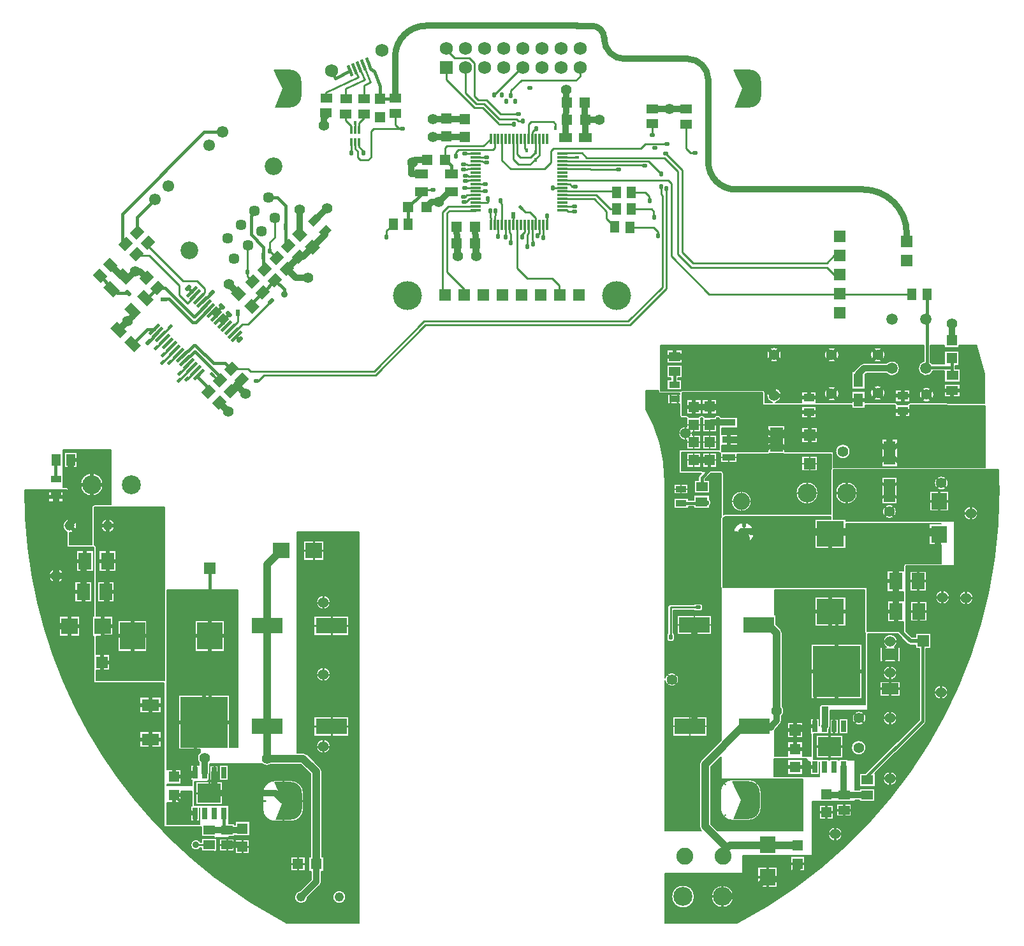
<source format=gtl>
G04 DesignSpark PCB Gerber Version 12.0 Build 5942*
%FSLAX35Y35*%
%MOIN*%
%AMT24*0 Rounded Rectangle Pad at angle 0*4,1,32,-0.00197,-0.01161,0.00197,-0.01161,0.00328,-0.01146,0.00453,-0.01103,0.00565,-0.01032,0.00658,-0.00939,0.00729,-0.00827,0.00772,-0.00702,0.00787,-0.00571,0.00787,0.00571,0.00772,0.00702,0.00729,0.00827,0.00658,0.00939,0.00565,0.01032,0.00453,0.01103,0.00328,0.01146,0.00197,0.01161,-0.00197,0.01161,-0.00328,0.01146,-0.00453,0.01103,-0.00565,0.01032,-0.00658,0.00939,-0.00729,0.00827,-0.00772,0.00702,-0.00787,0.00571,-0.00787,-0.00571,-0.00772,-0.00702,-0.00729,-0.00827,-0.00658,-0.00939,-0.00565,-0.01032,-0.00453,-0.01103,-0.00328,-0.01146,-0.00197,-0.01161,0*%
%ADD24T24*%
%AMT23*0 Rounded Rectangle Pad at angle 0*4,1,28,-0.00492,-0.01358,0.00492,-0.01358,0.00594,-0.01345,0.00689,-0.01306,0.00770,-0.01243,0.00833,-0.01161,0.00872,-0.01067,0.00886,-0.00965,0.00886,0.00965,0.00872,0.01067,0.00833,0.01161,0.00770,0.01243,0.00689,0.01306,0.00594,0.01345,0.00492,0.01358,-0.00492,0.01358,-0.00594,0.01345,-0.00689,0.01306,-0.00770,0.01243,-0.00833,0.01161,-0.00872,0.01067,-0.00886,0.00965,-0.00886,-0.00965,-0.00872,-0.01067,-0.00833,-0.01161,-0.00770,-0.01243,-0.00689,-0.01306,-0.00594,-0.01345,-0.00492,-0.01358,0*%
%ADD23T23*%
%AMT22*0 Rounded Rectangle Pad at angle 0*4,1,32,-0.00433,-0.01752,0.00433,-0.01752,0.00565,-0.01737,0.00689,-0.01693,0.00801,-0.01623,0.00894,-0.01530,0.00965,-0.01418,0.01009,-0.01293,0.01024,-0.01161,0.01024,0.01161,0.01009,0.01293,0.00965,0.01418,0.00894,0.01530,0.00801,0.01623,0.00689,0.01693,0.00565,0.01737,0.00433,0.01752,-0.00433,0.01752,-0.00565,0.01737,-0.00689,0.01693,-0.00801,0.01623,-0.00894,0.01530,-0.00965,0.01418,-0.01009,0.01293,-0.01024,0.01161,-0.01024,-0.01161,-0.01009,-0.01293,-0.00965,-0.01418,-0.00894,-0.01530,-0.00801,-0.01623,-0.00689,-0.01693,-0.00565,-0.01737,-0.00433,-0.01752,0*%
%ADD22T22*%
%AMT73*0 Rounded Rectangle Pad at angle 0*4,1,32,-0.01220,-0.02382,0.01220,-0.02382,0.01352,-0.02367,0.01477,-0.02323,0.01589,-0.02253,0.01682,-0.02159,0.01752,-0.02048,0.01796,-0.01923,0.01811,-0.01791,0.01811,0.01791,0.01796,0.01923,0.01752,0.02048,0.01682,0.02159,0.01589,0.02253,0.01477,0.02323,0.01352,0.02367,0.01220,0.02382,-0.01220,0.02382,-0.01352,0.02367,-0.01477,0.02323,-0.01589,0.02253,-0.01682,0.02159,-0.01752,0.02048,-0.01796,0.01923,-0.01811,0.01791,-0.01811,-0.01791,-0.01796,-0.01923,-0.01752,-0.02048,-0.01682,-0.02159,-0.01589,-0.02253,-0.01477,-0.02323,-0.01352,-0.02367,-0.01220,-0.02382,0*%
%ADD73T73*%
%AMT107*0 Rounded Rectangle Pad at angle 0*4,1,92,-0.03937,-0.09843,0.03937,-0.09843,0.04358,-0.09828,0.04777,-0.09783,0.05192,-0.09708,0.05600,-0.09604,0.06000,-0.09470,0.06390,-0.09309,0.06767,-0.09120,0.07129,-0.08906,0.07475,-0.08665,0.07804,-0.08401,0.08112,-0.08114,0.08400,-0.07806,0.08664,-0.07478,0.08905,-0.07131,0.09120,-0.06769,0.09309,-0.06392,0.09470,-0.06003,0.09604,-0.05603,0.09708,-0.05194,0.09783,-0.04780,0.09828,-0.04361,0.09843,-0.03937,0.09843,0.03937,0.09828,0.04358,0.09783,0.04777,0.09708,0.05192,0.09604,0.05600,0.09470,0.06000,0.09309,0.06390,0.09120,0.06767,0.08906,0.07129,0.08665,0.07475,0.08401,0.07804,0.08114,0.08112,0.07806,0.08400,0.07478,0.08664,0.07131,0.08905,0.06769,0.09120,0.06392,0.09309,0.06003,0.09470,0.05603,0.09604,0.05194,0.09708,0.04780,0.09783,0.04361,0.09828,0.03937,0.09843,-0.03937,0.09843,-0.04358,0.09828,-0.04777,0.09783,-0.05192,0.09708,-0.05600,0.09604,-0.06000,0.09470,-0.06390,0.09309,-0.06767,0.09120,-0.07129,0.08906,-0.07475,0.08665,-0.07804,0.08401,-0.08112,0.08114,-0.08400,0.07806,-0.08664,0.07478,-0.08905,0.07131,-0.09120,0.06769,-0.09309,0.06392,-0.09470,0.06003,-0.09604,0.05603,-0.09708,0.05194,-0.09783,0.04780,-0.09828,0.04361,-0.09843,0.03937,-0.09843,-0.03937,-0.09828,-0.04358,-0.09783,-0.04777,-0.09708,-0.05192,-0.09604,-0.05600,-0.09470,-0.06000,-0.09309,-0.06390,-0.09120,-0.06767,-0.08906,-0.07129,-0.08665,-0.07475,-0.08401,-0.07804,-0.08114,-0.08112,-0.07806,-0.08400,-0.07478,-0.08664,-0.07131,-0.08905,-0.06769,-0.09120,-0.06392,-0.09309,-0.06003,-0.09470,-0.05603,-0.09604,-0.05194,-0.09708,-0.04780,-0.09783,-0.04361,-0.09828,-0.03937,-0.09843,0*%
%ADD107T107*%
%ADD123R,0.01181X0.03898*%
%ADD112R,0.01181X0.05807*%
%ADD76R,0.02559X0.06004*%
%ADD91R,0.04724X0.06000*%
%ADD86R,0.05118X0.07087*%
%ADD79R,0.05600X0.05800*%
%ADD92R,0.06299X0.12402*%
%ADD83R,0.06890X0.08858*%
%ADD85R,0.06890X0.12598*%
%ADD101R,0.08465X0.08661*%
%ADD106R,0.08465X0.09055*%
%ADD117R,0.13189X0.14173*%
%ADD81R,0.24528X0.26535*%
%ADD102R,0.06000X0.06000*%
%ADD113R,0.06900X0.06900*%
%ADD11C,0.00500*%
%ADD10C,0.00787*%
%ADD16C,0.00984*%
%ADD14C,0.01000*%
%ADD15C,0.01181*%
%ADD19C,0.01500*%
%ADD17C,0.01969*%
%ADD26C,0.02126*%
%ADD18C,0.03346*%
%ADD28C,0.03543*%
%ADD72C,0.03937*%
%ADD119C,0.04791*%
%ADD121C,0.05181*%
%ADD70C,0.05591*%
%AMT27*0 Rounded Rectangle Pad at angle 45*4,1,28,0.00613,-0.01308,0.01308,-0.00613,0.01371,-0.00531,0.01410,-0.00436,0.01424,-0.00334,0.01410,-0.00232,0.01371,-0.00137,0.01308,-0.00056,-0.00056,0.01308,-0.00137,0.01371,-0.00232,0.01410,-0.00334,0.01424,-0.00436,0.01410,-0.00531,0.01371,-0.00613,0.01308,-0.01308,0.00613,-0.01371,0.00531,-0.01410,0.00436,-0.01424,0.00334,-0.01410,0.00232,-0.01371,0.00137,-0.01308,0.00056,0.00056,-0.01308,0.00137,-0.01371,0.00232,-0.01410,0.00334,-0.01424,0.00436,-0.01410,0.00531,-0.01371,0.00613,-0.01308,0*%
%ADD27T27*%
%AMT74*0 Rounded Rectangle Pad at angle 90*4,1,32,0.01161,-0.00197,0.01161,0.00197,0.01146,0.00328,0.01103,0.00453,0.01032,0.00565,0.00939,0.00658,0.00827,0.00729,0.00702,0.00772,0.00571,0.00787,-0.00571,0.00787,-0.00702,0.00772,-0.00827,0.00729,-0.00939,0.00658,-0.01032,0.00565,-0.01103,0.00453,-0.01146,0.00328,-0.01161,0.00197,-0.01161,-0.00197,-0.01146,-0.00328,-0.01103,-0.00453,-0.01032,-0.00565,-0.00939,-0.00658,-0.00827,-0.00729,-0.00702,-0.00772,-0.00571,-0.00787,0.00571,-0.00787,0.00702,-0.00772,0.00827,-0.00729,0.00939,-0.00658,0.01032,-0.00565,0.01103,-0.00453,0.01146,-0.00328,0.01161,-0.00197,0*%
%ADD74T74*%
%AMT25*0 Rounded Rectangle Pad at angle 90*4,1,28,0.01358,-0.00492,0.01358,0.00492,0.01345,0.00594,0.01306,0.00689,0.01243,0.00770,0.01161,0.00833,0.01067,0.00872,0.00965,0.00886,-0.00965,0.00886,-0.01067,0.00872,-0.01161,0.00833,-0.01243,0.00770,-0.01306,0.00689,-0.01345,0.00594,-0.01358,0.00492,-0.01358,-0.00492,-0.01345,-0.00594,-0.01306,-0.00689,-0.01243,-0.00770,-0.01161,-0.00833,-0.01067,-0.00872,-0.00965,-0.00886,0.00965,-0.00886,0.01067,-0.00872,0.01161,-0.00833,0.01243,-0.00770,0.01306,-0.00689,0.01345,-0.00594,0.01358,-0.00492,0*%
%ADD25T25*%
%AMT71*0 Rounded Rectangle Pad at angle 135*4,1,28,0.01308,0.00613,0.00613,0.01308,0.00531,0.01371,0.00436,0.01410,0.00334,0.01424,0.00232,0.01410,0.00137,0.01371,0.00056,0.01308,-0.01308,-0.00056,-0.01371,-0.00137,-0.01410,-0.00232,-0.01424,-0.00334,-0.01410,-0.00436,-0.01371,-0.00531,-0.01308,-0.00613,-0.00613,-0.01308,-0.00531,-0.01371,-0.00436,-0.01410,-0.00334,-0.01424,-0.00232,-0.01410,-0.00137,-0.01371,-0.00056,-0.01308,0.01308,0.00056,0.01371,0.00137,0.01410,0.00232,0.01424,0.00334,0.01410,0.00436,0.01371,0.00531,0.01308,0.00613,0*%
%ADD71T71*%
%AMT21*0 Rounded Rectangle Pad at angle 45*4,1,32,0.00933,-0.01545,0.01545,-0.00933,0.01627,-0.00829,0.01685,-0.00710,0.01714,-0.00581,0.01714,-0.00449,0.01685,-0.00320,0.01627,-0.00200,0.01545,-0.00097,-0.00097,0.01545,-0.00201,0.01627,-0.00320,0.01685,-0.00449,0.01714,-0.00581,0.01714,-0.00710,0.01685,-0.00830,0.01627,-0.00933,0.01545,-0.01545,0.00933,-0.01627,0.00829,-0.01685,0.00710,-0.01714,0.00581,-0.01714,0.00449,-0.01685,0.00320,-0.01627,0.00200,-0.01545,0.00097,0.00097,-0.01545,0.00201,-0.01627,0.00320,-0.01685,0.00449,-0.01714,0.00581,-0.01714,0.00710,-0.01685,0.00830,-0.01627,0.00933,-0.01545,0*%
%ADD21T21*%
%AMT29*0 Rounded Rectangle Pad at angle 90*4,1,32,0.01752,-0.00433,0.01752,0.00433,0.01737,0.00565,0.01693,0.00689,0.01623,0.00801,0.01530,0.00894,0.01418,0.00965,0.01293,0.01009,0.01161,0.01024,-0.01161,0.01024,-0.01293,0.01009,-0.01418,0.00965,-0.01530,0.00894,-0.01623,0.00801,-0.01693,0.00689,-0.01737,0.00565,-0.01752,0.00433,-0.01752,-0.00433,-0.01737,-0.00565,-0.01693,-0.00689,-0.01623,-0.00801,-0.01530,-0.00894,-0.01418,-0.00965,-0.01293,-0.01009,-0.01161,-0.01024,0.01161,-0.01024,0.01293,-0.01009,0.01418,-0.00965,0.01530,-0.00894,0.01623,-0.00801,0.01693,-0.00689,0.01737,-0.00565,0.01752,-0.00433,0*%
%ADD29T29*%
%AMT20*0 Rounded Rectangle Pad at angle 135*4,1,32,0.01545,0.00933,0.00933,0.01545,0.00829,0.01627,0.00710,0.01685,0.00581,0.01714,0.00449,0.01714,0.00320,0.01685,0.00200,0.01627,0.00097,0.01545,-0.01545,-0.00097,-0.01627,-0.00201,-0.01685,-0.00320,-0.01714,-0.00449,-0.01714,-0.00581,-0.01685,-0.00710,-0.01627,-0.00830,-0.01545,-0.00933,-0.00933,-0.01545,-0.00829,-0.01627,-0.00710,-0.01685,-0.00581,-0.01714,-0.00449,-0.01714,-0.00320,-0.01685,-0.00200,-0.01627,-0.00097,-0.01545,0.01545,0.00097,0.01627,0.00201,0.01685,0.00320,0.01714,0.00449,0.01714,0.00581,0.01685,0.00710,0.01627,0.00830,0.01545,0.00933,0*%
%ADD20T20*%
%ADD108C,0.05693*%
%ADD89C,0.05906*%
%ADD109C,0.06102*%
%ADD114C,0.06900*%
%ADD103C,0.08858*%
%ADD110C,0.09272*%
%ADD115C,0.09937*%
%ADD75C,0.15157*%
%ADD111R,0.05807X0.01181*%
%AMT122*0 Rectangle Pad at angle 22*21,1,0.01575,0.05906,0,0,22*%
%ADD122T122*%
%ADD104R,0.05512X0.03543*%
%ADD84R,0.06890X0.03740*%
%AMT98*0 Rectangle Pad at angle 45*21,1,0.04724,0.06000,0,0,45*%
%ADD98T98*%
%ADD116R,0.05500X0.04000*%
%ADD82R,0.06000X0.04724*%
%AMT105*0 Rectangle Pad at angle 45*21,1,0.04724,0.07087,0,0,45*%
%ADD105T105*%
%AMT96*0 Rectangle Pad at angle 45*21,1,0.05118,0.07087,0,0,45*%
%ADD96T96*%
%ADD100R,0.07087X0.04724*%
%ADD88R,0.07087X0.05118*%
%AMT97*0 Rectangle Pad at angle 45*21,1,0.05600,0.05800,0,0,45*%
%ADD97T97*%
%ADD95R,0.05800X0.05600*%
%ADD80R,0.08976X0.06000*%
%ADD93R,0.06417X0.06024*%
%ADD118R,0.08661X0.08465*%
%ADD120R,0.09055X0.08465*%
%ADD78R,0.16339X0.08465*%
%ADD77R,0.12205X0.10236*%
%AMT90*0 Rectangle Pad at angle 135*21,1,0.01772,0.07087,0,0,135*%
%ADD90T90*%
%AMT99*0 Rectangle Pad at angle 135*21,1,0.04000,0.05500,0,0,135*%
%ADD99T99*%
%AMT87*0 Rectangle Pad at angle 135*21,1,0.04724,0.06000,0,0,135*%
%ADD87T87*%
%ADD94R,0.14173X0.13189*%
X0Y0D02*
D02*
D10*
X338276Y128769D02*
X337302Y127794D01*
X338276Y132165D02*
X337302Y133139D01*
X339780Y275706D02*
X338518Y274443D01*
X339780Y278692D02*
X338517Y279955D01*
X341672Y128769D02*
X342647Y127794D01*
X341672Y132165D02*
X342647Y133139D01*
X341726Y105880D02*
X340348D01*
X342474Y230132D02*
X341096D01*
X342767Y275706D02*
X344029Y274443D01*
X342767Y278692D02*
X344030Y279955D01*
X344089Y158970D02*
X342710D01*
X344738Y259207D02*
X343360D01*
X344837Y228754D02*
Y227376D01*
Y231510D02*
Y232888D01*
X347140Y256805D02*
Y255427D01*
Y261608D02*
Y262986D01*
X347199Y230132D02*
X348576D01*
X349104Y263656D02*
X347726D01*
X349123Y245230D02*
X347746D01*
X349123Y254719D02*
X347746D01*
X349502Y102041D02*
Y100664D01*
Y109719D02*
Y111097D01*
X349541Y259207D02*
X350919D01*
X351510Y261149D02*
Y259770D01*
X351530Y242724D02*
Y241345D01*
Y247737D02*
Y249115D01*
Y252212D02*
Y250833D01*
Y257225D02*
Y258603D01*
X351864Y155132D02*
Y153754D01*
Y162809D02*
Y164187D01*
X353916Y263656D02*
X355293D01*
X353936Y245230D02*
X355313D01*
X353936Y254719D02*
X355313D01*
X357278Y105880D02*
X358655D01*
X357293Y263686D02*
X355915D01*
X357391Y245191D02*
X356013D01*
X357391Y254679D02*
X356013D01*
X359640Y158970D02*
X361017D01*
X359699Y261180D02*
Y259802D01*
X359797Y242685D02*
Y241306D01*
Y247697D02*
Y249075D01*
Y252173D02*
Y250794D01*
Y257185D02*
Y258563D01*
X362105Y263686D02*
X363482D01*
X362204Y245191D02*
X363580D01*
X362204Y254679D02*
X363580D01*
X366825Y246805D02*
X365446D01*
X368163Y59561D02*
X367070Y58468D01*
X368163Y75230D02*
X367070Y76324D01*
X369876Y245329D02*
Y243951D01*
X372278Y223675D02*
X370900D01*
X372927Y246805D02*
X374305D01*
X376313Y219640D02*
Y218262D01*
Y227711D02*
Y229089D01*
X380348Y223675D02*
X381726D01*
X383833Y59561D02*
X384926Y58468D01*
X383833Y75230D02*
X384926Y76324D01*
X406089Y228065D02*
X404711D01*
X409148Y243380D02*
X407769D01*
X410663Y223490D02*
Y222112D01*
Y232640D02*
Y234018D01*
X411963Y240762D02*
Y239384D01*
Y245998D02*
Y247376D01*
X414778Y243380D02*
X416155D01*
X415238Y228065D02*
X416616D01*
D02*
D11*
X1770Y228769D02*
G75*
G03*
X100900Y27140I254624J1D01*
G01*
Y40510D01*
X94049D01*
Y42372D01*
X93584D01*
G75*
G02*
X88425Y43911I-2350J1539D01*
G01*
G75*
G02*
X93586Y45447I2809J0D01*
G01*
X94049D01*
Y47309D01*
X100900D01*
Y48384D01*
X94088D01*
Y53380D01*
X93756D01*
G75*
G02*
X93124Y53214I-632J1122D01*
G01*
X76057D01*
G75*
G02*
X75425Y53380I0J1288D01*
G01*
X74561D01*
Y128813D01*
X37730D01*
Y153030D01*
X37088D01*
Y163569D01*
X37730D01*
Y199738D01*
X23754D01*
Y207584D01*
G75*
G02*
Y214176I1516J3296D01*
G01*
Y229581D01*
X1771D01*
G75*
G03*
X1770Y228769I254047J-776D01*
G01*
X61903Y103164D02*
X72954D01*
Y95089D01*
X61903D01*
Y103164D01*
Y121195D02*
X72954D01*
Y113120D01*
X61903D01*
Y121195D01*
X27797Y181817D02*
X36761D01*
Y170884D01*
X27797D01*
Y181817D01*
X28683Y197959D02*
X37647D01*
Y187026D01*
X28683D01*
Y197959D01*
X14194Y228806D02*
X21781D01*
Y223187D01*
X14194D01*
Y228806D01*
X14370Y184738D02*
G75*
G02*
X22035I3833J0D01*
G01*
G75*
G02*
X14370I-3833J0D01*
G01*
X19765Y163569D02*
X30502D01*
Y153030D01*
X19765D01*
Y163569D01*
X61903Y95089D02*
G36*
X61903Y95089D02*
Y99126D01*
X37246D01*
G75*
G03*
X100576Y27390I219151J129646D01*
G01*
X100650D01*
Y40510D01*
X94049D01*
Y42372D01*
X93584D01*
G75*
G02*
X88425Y43911I-2350J1539D01*
G01*
Y43912D01*
G75*
G02*
X93586Y45447I2809J0D01*
G01*
X94049D01*
Y47309D01*
X100650D01*
Y48384D01*
X94088D01*
Y53380D01*
X93756D01*
G75*
G02*
X93124Y53214I-631J1120D01*
G01*
X76057D01*
G75*
G02*
X75425Y53380I0J1286D01*
G01*
X74561D01*
Y99126D01*
X72954D01*
Y95089D01*
X61903D01*
G37*
X27536Y117158D02*
G36*
X27536Y117158D02*
G75*
G03*
X37246Y99126I228889J111625D01*
G01*
X61903D01*
Y103164D01*
X72954D01*
Y99126D01*
X74561D01*
Y117158D01*
X72954D01*
Y113120D01*
X61903D01*
Y117158D01*
X27536D01*
G37*
X19765Y153030D02*
G36*
X19765Y153030D02*
Y158300D01*
X11716D01*
G75*
G03*
X27536Y117158I244702J70482D01*
G01*
X61903D01*
Y121195D01*
X72954D01*
Y117158D01*
X74561D01*
Y128813D01*
X37730D01*
Y153030D01*
X37088D01*
Y158300D01*
X30502D01*
Y153030D01*
X19765D01*
G37*
X7224Y176351D02*
G36*
X7224Y176351D02*
G75*
G03*
X11716Y158300I249211J52428D01*
G01*
X19765D01*
Y163569D01*
X30502D01*
Y158300D01*
X37088D01*
Y163569D01*
X37730D01*
Y176351D01*
X36761D01*
Y170884D01*
X27797D01*
Y176351D01*
X7224D01*
G37*
X5606Y184738D02*
G36*
X5606Y184738D02*
G75*
G03*
X7224Y176351I250818J44039D01*
G01*
X27797D01*
Y181817D01*
X36761D01*
Y176351D01*
X37730D01*
Y184738D01*
X22035D01*
G75*
G02*
X14370I-3833J0D01*
G01*
X5606D01*
G37*
X4368Y192493D02*
G36*
X4368Y192493D02*
G75*
G03*
X5606Y184738I252037J36281D01*
G01*
X14370D01*
G75*
G02*
X22035I3833J0D01*
G01*
X37730D01*
Y192493D01*
X37647D01*
Y187026D01*
X28683D01*
Y192493D01*
X4368D01*
G37*
X2020Y225996D02*
G36*
X2020Y225996D02*
Y217490D01*
G75*
G03*
X4368Y192493I254376J11280D01*
G01*
X28683D01*
Y197959D01*
X37647D01*
Y192493D01*
X37730D01*
Y199738D01*
X23754D01*
Y207584D01*
G75*
G02*
X21642Y210880I1516J3296D01*
G01*
G75*
G02*
X23754Y214176I3628J0D01*
G01*
Y225996D01*
X21781D01*
Y223187D01*
X14194D01*
Y225996D01*
X2020D01*
G37*
Y229331D02*
G36*
X2020Y229331D02*
Y225996D01*
X14194D01*
Y228806D01*
X21781D01*
Y225996D01*
X23754D01*
Y229331D01*
X2020D01*
G37*
X21884Y250604D02*
Y230869D01*
X23754D01*
G75*
G02*
X25042Y229581I0J-1288D01*
G01*
Y214501D01*
G75*
G02*
X25270Y214508I227J-3621D01*
G01*
G75*
G02*
X28898Y210880I0J-3628D01*
G01*
G75*
G02*
X25270Y207252I-3628J0D01*
G01*
G75*
G02*
X25042Y207259I-1J3628D01*
G01*
Y201096D01*
X36836D01*
Y220602D01*
G75*
G02*
Y220604I1327J1D01*
G01*
G75*
G02*
X37022Y221270I1288J0D01*
G01*
Y221766D01*
X37568D01*
G75*
G02*
X38436Y221854I556J-1161D01*
G01*
X38439Y221853D01*
X46648Y221862D01*
Y250604D01*
X21884D01*
X22462Y249384D02*
X29261D01*
Y241309D01*
X22462D01*
Y249384D01*
X30720Y232435D02*
G75*
G02*
X42732I6006J0D01*
G01*
G75*
G02*
X30720I-6006J0D01*
G01*
X22134D02*
G36*
X22134Y232435D02*
Y230869D01*
X23754D01*
G75*
G02*
X25042Y229581I0J-1288D01*
G01*
Y214501D01*
G75*
G02*
X25270Y214508I216J-3288D01*
G01*
G75*
G02*
X28898Y210880I0J-3628D01*
G01*
G75*
G02*
X25270Y207252I-3628J0D01*
G01*
G75*
G02*
X25042Y207259I-12J3295D01*
G01*
Y201346D01*
X36836D01*
Y220602D01*
Y220604D01*
G75*
G02*
X37022Y221270I1288J0D01*
G01*
Y221766D01*
X37568D01*
G75*
G02*
X38436Y221854I556J-1163D01*
G01*
X38439Y221853D01*
X46398Y221861D01*
Y232435D01*
X42732D01*
G75*
G02*
X30720I-6006J0D01*
G01*
X22134D01*
G37*
Y245347D02*
G36*
X22134Y245347D02*
Y232435D01*
X30720D01*
G75*
G02*
X42732I6006J0D01*
G01*
X46398D01*
Y245347D01*
X29261D01*
Y241309D01*
X22462D01*
Y245347D01*
X22134D01*
G37*
Y250354D02*
G36*
X22134Y250354D02*
Y245347D01*
X22462D01*
Y249384D01*
X29261D01*
Y245347D01*
X46398D01*
Y250354D01*
X22134D01*
G37*
X38124Y220604D02*
Y200964D01*
G75*
G02*
X39018Y199738I-394J-1226D01*
G01*
Y163569D01*
X47824D01*
Y153030D01*
X39018D01*
Y143498D01*
X46218D01*
Y135424D01*
X39018D01*
Y130101D01*
X74561D01*
G75*
G02*
X74640Y130098I1J-1287D01*
G01*
Y220604D01*
X38281Y220565D01*
X38124Y220604D01*
X39608Y181817D02*
X48572D01*
Y170884D01*
X39608D01*
Y181817D01*
X40494Y197959D02*
X49458D01*
Y187026D01*
X40494D01*
Y197959D01*
X45152Y214508D02*
G75*
G02*
X48780Y210880I0J-3628D01*
G01*
G75*
G02*
X45152Y207252I-3628J0D01*
G01*
G75*
G02*
X41524Y210880I0J3628D01*
G01*
G75*
G02*
X45152Y214508I3628J0D01*
G01*
X50336Y161345D02*
X65600D01*
Y145097D01*
X50336D01*
Y161345D01*
X39018Y135424D02*
G36*
X39018Y135424D02*
Y130348D01*
X74390D01*
Y153221D01*
X65600D01*
Y145097D01*
X50336D01*
Y153221D01*
X47824D01*
Y153030D01*
X39018D01*
Y143498D01*
X46218D01*
Y135424D01*
X39018D01*
G37*
Y176351D02*
G36*
X39018Y176351D02*
Y163569D01*
X47824D01*
Y153221D01*
X50336D01*
Y161345D01*
X65600D01*
Y153221D01*
X74390D01*
Y176351D01*
X48572D01*
Y170884D01*
X39608D01*
Y176351D01*
X39018D01*
G37*
Y192493D02*
G36*
X39018Y192493D02*
Y176351D01*
X39608D01*
Y181817D01*
X48572D01*
Y176351D01*
X74390D01*
Y192493D01*
X49458D01*
Y187026D01*
X40494D01*
Y192493D01*
X39018D01*
G37*
X38374Y210880D02*
G36*
X38374Y210880D02*
Y200854D01*
G75*
G02*
X39018Y199738I-644J-1115D01*
G01*
Y192493D01*
X40494D01*
Y197959D01*
X49458D01*
Y192493D01*
X74390D01*
Y210880D01*
X48780D01*
G75*
G02*
X45152Y207252I-3628J0D01*
G01*
G75*
G02*
X41524Y210880I0J3628D01*
G01*
X38374D01*
G37*
Y220354D02*
G36*
X38374Y220354D02*
Y210880D01*
X41524D01*
G75*
G02*
X45152Y214508I3628J0D01*
G01*
G75*
G02*
X48780Y210880I0J-3628D01*
G01*
X74390D01*
Y220354D01*
X38374D01*
G37*
X75978Y90191D02*
Y83439D01*
X83576D01*
Y75565D01*
X75978D01*
Y74896D01*
X89139D01*
Y77022D01*
G75*
G02*
X89265Y77577I1288J0D01*
G01*
X88309D01*
Y85656D01*
X92915D01*
Y86877D01*
G75*
G02*
X93419Y92476I2847J2566D01*
G01*
Y93837D01*
X82257D01*
Y122447D01*
X108860D01*
Y94994D01*
X113242D01*
Y177219D01*
X79285Y177238D01*
X76156D01*
X76136Y177219D01*
Y90191D01*
X75978D01*
X90887Y161345D02*
X106151D01*
Y145097D01*
X90887D01*
Y161345D01*
X76228Y75565D02*
G36*
X76228Y75565D02*
Y75146D01*
X89139D01*
Y77022D01*
G75*
G02*
X89265Y77577I1289J0D01*
G01*
X88309D01*
Y85656D01*
X92915D01*
Y86877D01*
G75*
G02*
X91929Y89443I2847J2566D01*
G01*
G75*
G02*
X93419Y92476I3833J0D01*
G01*
Y93837D01*
X82257D01*
Y122447D01*
X108860D01*
Y94994D01*
X112992D01*
Y153221D01*
X106151D01*
Y145097D01*
X90887D01*
Y153221D01*
X76228D01*
Y83439D01*
X83576D01*
Y75565D01*
X76228D01*
G37*
Y176988D02*
G36*
X76228Y176988D02*
Y153221D01*
X90887D01*
Y161345D01*
X106151D01*
Y153221D01*
X112992D01*
Y176988D01*
X76228D01*
G37*
X76057Y66077D02*
Y54502D01*
X93124D01*
Y63470D01*
X92943D01*
Y56223D01*
X88309D01*
Y64302D01*
X89223D01*
G75*
G02*
X89139Y64758I1204J456D01*
G01*
Y72151D01*
X83576D01*
Y66077D01*
X76057D01*
G36*
X76057Y66077D02*
Y54502D01*
X93124D01*
Y63470D01*
X92943D01*
Y56223D01*
X88309D01*
Y64302D01*
X89223D01*
G75*
G02*
X89139Y64758I1204J456D01*
G01*
Y72151D01*
X83576D01*
Y66077D01*
X76057D01*
G37*
X90427Y77022D02*
Y64758D01*
X108380D01*
Y55105D01*
X111494D01*
Y54416D01*
X111667D01*
Y56412D01*
X119344D01*
Y48538D01*
X111667D01*
Y48994D01*
X111494D01*
Y48306D01*
X108380D01*
Y47691D01*
X101490D01*
Y47309D01*
X102124D01*
Y40510D01*
X101490D01*
Y26686D01*
G75*
G03*
X138597Y3033I154892J202067D01*
G01*
X176364D01*
Y207809D01*
X143990D01*
Y92073D01*
X147117D01*
G75*
G02*
X149344Y91194I101J-3004D01*
G01*
X156133Y84405D01*
G75*
G02*
X157076Y82219I-2063J-2186D01*
G01*
Y37790D01*
X158006D01*
Y30113D01*
X156781D01*
Y24542D01*
G75*
G02*
X155932Y22572I-2711J0D01*
G01*
X149542Y16181D01*
G75*
G02*
X142703Y16608I-3406J427D01*
G01*
G75*
G02*
X145709Y20015I3433J0D01*
G01*
X151360Y25665D01*
Y30113D01*
X150131D01*
Y37790D01*
X151065D01*
Y80972D01*
X145975Y86061D01*
X130613D01*
G75*
G02*
X125761Y86313I-2272J3086D01*
G01*
X98336D01*
Y81617D01*
G75*
G02*
X97943Y80209I-2711J0D01*
G01*
Y77577D01*
X97593D01*
Y77022D01*
X90427D01*
X147285Y202939D02*
X158021D01*
Y192794D01*
X147285D01*
Y202939D01*
X152935Y110951D02*
X170954D01*
Y100806D01*
X152935D01*
Y110951D01*
X154193Y95467D02*
G75*
G02*
X161465I3636J0D01*
G01*
G75*
G02*
X154193I-3636J0D01*
G01*
X166136Y20041D02*
G75*
G02*
X169569Y16608I0J-3433D01*
G01*
G75*
G02*
X166136Y13175I-3433J0D01*
G01*
G75*
G02*
X162703Y16608I0J3433D01*
G01*
G75*
G02*
X166136Y20041I3433J0D01*
G01*
X152935Y163609D02*
X170954D01*
Y153463D01*
X152935D01*
Y163609D01*
X154193Y133104D02*
G75*
G02*
X161465I3636J0D01*
G01*
G75*
G02*
X154193I-3636J0D01*
G01*
Y170821D02*
G75*
G02*
X161465I3636J0D01*
G01*
G75*
G02*
X154193I-3636J0D01*
G01*
X126083Y62580D02*
Y71148D01*
G75*
G02*
X132481Y77547I6399J0D01*
G01*
X141050D01*
G75*
G02*
X147449Y71148I0J-6399D01*
G01*
Y62580D01*
G75*
G02*
X141050Y56181I-6399J0D01*
G01*
X132481D01*
G75*
G02*
X126083Y62580I0J6399D01*
G01*
X140840Y37593D02*
X148320D01*
Y30309D01*
X140840D01*
Y37593D01*
X98506Y85459D02*
X102746D01*
Y77774D01*
X98506D01*
Y85459D01*
X103309Y85656D02*
X107943D01*
Y77577D01*
X103309D01*
Y85656D01*
X91183Y76896D02*
X105069D01*
Y64979D01*
X91183D01*
Y76896D01*
X111864Y46727D02*
X119147D01*
Y39246D01*
X111864D01*
Y46727D01*
X103576Y47034D02*
X111257D01*
Y40628D01*
X103576D01*
Y47034D01*
X115608Y16608D02*
G36*
X115608Y16608D02*
G75*
G03*
X138119Y3283I140804J212194D01*
G01*
X176114D01*
Y16608D01*
X169569D01*
G75*
G02*
X166136Y13175I-3433J0D01*
G01*
G75*
G02*
X162703Y16608I0J3433D01*
G01*
X149969D01*
X149542Y16181D01*
G75*
G02*
X142703Y16608I-3406J427D01*
G01*
X115608D01*
G37*
X101490Y33951D02*
G36*
X101490Y33951D02*
Y26686D01*
G75*
G03*
X115608Y16608I154940J202134D01*
G01*
X142703D01*
G75*
G02*
X145709Y20015I3433J0D01*
G01*
X151360Y25665D01*
Y30113D01*
X150131D01*
Y33951D01*
X148320D01*
Y30309D01*
X140840D01*
Y33951D01*
X101490D01*
G37*
X155932Y22572D02*
G36*
X155932Y22572D02*
X149969Y16608D01*
X162703D01*
G75*
G02*
X166136Y20041I3433J0D01*
G01*
G75*
G02*
X169569Y16608I0J-3433D01*
G01*
X176114D01*
Y33951D01*
X158006D01*
Y30113D01*
X156781D01*
Y24542D01*
G75*
G02*
X155932Y22572I-2711J0D01*
G01*
G37*
X101490Y40510D02*
G36*
X101490Y40510D02*
Y33951D01*
X140840D01*
Y37593D01*
X148320D01*
Y33951D01*
X150131D01*
Y37790D01*
X151065D01*
Y42987D01*
X119147D01*
Y39246D01*
X111864D01*
Y42987D01*
X111257D01*
Y40628D01*
X103576D01*
Y42987D01*
X102124D01*
Y40510D01*
X101490D01*
G37*
X157076Y42987D02*
G36*
X157076Y42987D02*
Y37790D01*
X158006D01*
Y33951D01*
X176114D01*
Y42987D01*
X157076D01*
G37*
X90677Y66864D02*
G36*
X90677Y66864D02*
Y64758D01*
X108380D01*
Y55105D01*
X111494D01*
Y54416D01*
X111667D01*
Y56412D01*
X119344D01*
Y48538D01*
X111667D01*
Y48994D01*
X111494D01*
Y48306D01*
X108380D01*
Y47691D01*
X101490D01*
Y47309D01*
X102124D01*
Y42987D01*
X103576D01*
Y47034D01*
X111257D01*
Y42987D01*
X111864D01*
Y46727D01*
X119147D01*
Y42987D01*
X151065D01*
Y66864D01*
X147449D01*
Y62580D01*
Y62580D01*
G75*
G02*
X141050Y56181I-6399J0D01*
G01*
X132481D01*
G75*
G02*
X126083Y62580I0J6398D01*
G01*
Y62580D01*
Y66864D01*
X105069D01*
Y64979D01*
X91183D01*
Y66864D01*
X90677D01*
G37*
X157076D02*
G36*
X157076Y66864D02*
Y42987D01*
X176114D01*
Y66864D01*
X157076D01*
G37*
X90677Y77022D02*
G36*
X90677Y77022D02*
Y66864D01*
X91183D01*
Y76896D01*
X105069D01*
Y66864D01*
X126083D01*
Y71148D01*
Y71149D01*
G75*
G02*
X132481Y77547I6399J0D01*
G01*
X141050D01*
G75*
G02*
X147449Y71149I0J-6398D01*
G01*
Y71148D01*
Y66864D01*
X151065D01*
Y80972D01*
X150420Y81617D01*
X107943D01*
Y77577D01*
X103309D01*
Y81617D01*
X102746D01*
Y77774D01*
X98506D01*
Y81617D01*
X98336D01*
G75*
G02*
X97943Y80209I-2713J0D01*
G01*
Y77577D01*
X97593D01*
Y77022D01*
X90677D01*
G37*
X157076Y81617D02*
G36*
X157076Y81617D02*
Y66864D01*
X176114D01*
Y81617D01*
X157076D01*
G37*
X98336Y86313D02*
G36*
X98336Y86313D02*
Y81617D01*
X98506D01*
Y85459D01*
X102746D01*
Y81617D01*
X103309D01*
Y85656D01*
X107943D01*
Y81617D01*
X150420D01*
X145975Y86061D01*
X130613D01*
G75*
G02*
X125761Y86313I-2272J3086D01*
G01*
X98336D01*
G37*
X143990Y95467D02*
G36*
X143990Y95467D02*
Y92073D01*
X147117D01*
G75*
G02*
X149344Y91194I101J-3005D01*
G01*
X156133Y84405D01*
G75*
G02*
X157076Y82220I-2061J-2185D01*
G01*
G75*
G02*
Y82219I-3759J0D01*
G01*
Y81617D01*
X176114D01*
Y95467D01*
X161465D01*
G75*
G02*
X154193I-3636J0D01*
G01*
X143990D01*
G37*
Y105878D02*
G36*
X143990Y105878D02*
Y95467D01*
X154193D01*
G75*
G02*
X161465I3636J0D01*
G01*
X176114D01*
Y105878D01*
X170954D01*
Y100806D01*
X152935D01*
Y105878D01*
X143990D01*
G37*
Y133104D02*
G36*
X143990Y133104D02*
Y105878D01*
X152935D01*
Y110951D01*
X170954D01*
Y105878D01*
X176114D01*
Y133104D01*
X161465D01*
G75*
G02*
X154193I-3636J0D01*
G01*
X143990D01*
G37*
Y158536D02*
G36*
X143990Y158536D02*
Y133104D01*
X154193D01*
G75*
G02*
X161465I3636J0D01*
G01*
X176114D01*
Y158536D01*
X170954D01*
Y153463D01*
X152935D01*
Y158536D01*
X143990D01*
G37*
Y170821D02*
G36*
X143990Y170821D02*
Y158536D01*
X152935D01*
Y163609D01*
X170954D01*
Y158536D01*
X176114D01*
Y170821D01*
X161465D01*
G75*
G02*
X154193I-3636J0D01*
G01*
X143990D01*
G37*
Y197867D02*
G36*
X143990Y197867D02*
Y170821D01*
X154193D01*
G75*
G02*
X161465I3636J0D01*
G01*
X176114D01*
Y197867D01*
X158021D01*
Y192794D01*
X147285D01*
Y197867D01*
X143990D01*
G37*
Y207559D02*
G36*
X143990Y207559D02*
Y197867D01*
X147285D01*
Y202939D01*
X158021D01*
Y197867D01*
X176114D01*
Y207559D01*
X143990D01*
G37*
X326490Y281530D02*
Y271570D01*
G75*
G02*
X336321Y235211I-62324J-36359D01*
G01*
Y221334D01*
G75*
G02*
X336419Y220841I-1189J-494D01*
G01*
Y131228D01*
G75*
G02*
X343610Y130467I3555J-762D01*
G01*
G75*
G02*
X336419Y129705I-3636J0D01*
G01*
Y51234D01*
X355408D01*
X355231Y51412D01*
G75*
G02*
X354350Y53537I2126J2126D01*
G01*
G75*
G02*
X354352Y53639I3001J4D01*
G01*
Y85897D01*
G75*
G02*
X354350Y85998I3000J97D01*
G01*
G75*
G02*
X355231Y88124I3006J0D01*
G01*
X365683Y98576D01*
Y178198D01*
G75*
G02*
X365557Y178754I1161J556D01*
G01*
Y213857D01*
G75*
G02*
X365562Y213971I1286J0D01*
G01*
G75*
G02*
Y213972I1327J1D01*
G01*
G75*
G02*
X365557Y214067I1285J117D01*
G01*
G75*
G02*
Y214087I1292J10D01*
G01*
Y214800D01*
G75*
G02*
Y214803I1327J1D01*
G01*
G75*
G02*
X365683Y215359I1288J0D01*
G01*
Y238360D01*
X360554D01*
G75*
G02*
X360526Y238333I-920J906D01*
G01*
X357431Y235238D01*
Y234750D01*
X359683D01*
Y227951D01*
X351608D01*
Y234750D01*
X353856D01*
Y235979D01*
G75*
G02*
X354415Y237278I1787J0D01*
G01*
X355498Y238360D01*
X343793D01*
Y250545D01*
X364659D01*
Y267258D01*
X364556Y267257D01*
X363344Y267255D01*
G75*
G02*
X363341I-2J1269D01*
G01*
X363340D01*
Y259947D01*
X356057D01*
Y267240D01*
X356056Y267241D01*
X355657Y267240D01*
X355155Y267239D01*
G75*
G02*
X355151I-2J1336D01*
G01*
Y259916D01*
X350706D01*
G75*
G02*
X350776Y259207I-3567J-708D01*
G01*
G75*
G02*
X350698Y258459I-3636J-1D01*
G01*
X355171D01*
Y250979D01*
X347887D01*
Y255648D01*
G75*
G02*
X343504Y259207I-748J3558D01*
G01*
G75*
G02*
X347868Y262769I3636J0D01*
G01*
Y267224D01*
X345171Y267219D01*
X345427Y267258D01*
Y267259D01*
X345427D01*
X345426Y267259D01*
G75*
G02*
X344198Y268546I60J1286D01*
G01*
Y274585D01*
X337679D01*
Y279809D01*
X344198D01*
Y280183D01*
X334246D01*
G75*
G02*
X332958Y281471I0J1288D01*
G01*
Y281530D01*
X326490D01*
X356155Y258420D02*
X363439D01*
Y250939D01*
X356155D01*
Y258420D01*
X338278Y169309D02*
G75*
G02*
X339444Y169758I1088J-1087D01*
G01*
X351490D01*
G75*
G02*
X352282Y170146I792J-615D01*
G01*
X355069D01*
G75*
G02*
X356071Y169143I0J-1002D01*
G01*
Y167302D01*
G75*
G02*
X355069Y166299I-1002J0D01*
G01*
X352282D01*
G75*
G02*
X351493Y166683I0J1002D01*
G01*
X340903D01*
Y154854D01*
G75*
G02*
X341287Y154065I-618J-789D01*
G01*
Y151278D01*
G75*
G02*
X340285Y150276I-1002J0D01*
G01*
X338443D01*
G75*
G02*
X337441Y151278I0J1002D01*
G01*
Y154065D01*
G75*
G02*
X337828Y154856I1002J0D01*
G01*
Y168143D01*
G75*
G02*
X337826Y168221I1539J78D01*
G01*
G75*
G02*
X338278Y169309I1537J0D01*
G01*
X342856Y164042D02*
X360876D01*
Y153896D01*
X342856D01*
Y164042D01*
X341045Y225459D02*
X348631D01*
Y224439D01*
X351569D01*
Y226876D01*
X359643D01*
Y224898D01*
G75*
G02*
X359820Y224743I-1088J-1419D01*
G01*
G75*
G02*
X360344Y223479I-1264J-1264D01*
G01*
Y222652D01*
G75*
G02*
X359820Y221388I-1787J0D01*
G01*
G75*
G02*
X359643Y221233I-1265J1263D01*
G01*
Y220077D01*
X351569D01*
Y220865D01*
X348631D01*
Y219841D01*
X341045D01*
Y225459D01*
X341242Y232743D02*
X348435D01*
Y227518D01*
X341242D01*
Y232743D01*
X340494Y110951D02*
X358513D01*
Y100806D01*
X340494D01*
Y110951D01*
X336419Y105878D02*
G36*
X336419Y105878D02*
Y51484D01*
X355161D01*
G75*
G02*
X354350Y53537I2195J2053D01*
G01*
Y53537D01*
Y53538D01*
G75*
G02*
X354352Y53639I3227J0D01*
G01*
Y85897D01*
G75*
G02*
X354350Y85998I3225J101D01*
G01*
Y85998D01*
Y85998D01*
G75*
G02*
X355231Y88124I3006J0D01*
G01*
X365433Y98326D01*
Y105878D01*
X358513D01*
Y100806D01*
X340494D01*
Y105878D01*
X336419D01*
G37*
Y129705D02*
G36*
X336419Y129705D02*
Y105878D01*
X340494D01*
Y110951D01*
X358513D01*
Y105878D01*
X365433D01*
Y160211D01*
X360876D01*
Y153896D01*
X342856D01*
Y160211D01*
X340903D01*
Y154854D01*
G75*
G02*
X341287Y154065I-617J-789D01*
G01*
Y154065D01*
Y151278D01*
G75*
G02*
X340285Y150276I-1002J0D01*
G01*
X338443D01*
G75*
G02*
X337441Y151278I0J1002D01*
G01*
Y154065D01*
G75*
G02*
X337828Y154856I1003J0D01*
G01*
Y160211D01*
X336419D01*
Y131228D01*
G75*
G02*
X343610Y130467I3555J-762D01*
G01*
G75*
G02*
X336419Y129705I-3636J0D01*
G01*
G37*
X336321Y223359D02*
G36*
X336321Y223359D02*
Y221334D01*
G75*
G02*
X336419Y220841I-1189J-494D01*
G01*
Y160211D01*
X337828D01*
Y168143D01*
G75*
G02*
X337826Y168215I1289J71D01*
G01*
G75*
G02*
Y168221I1253J3D01*
G01*
G75*
G02*
X338278Y169309I1539J0D01*
G01*
G75*
G02*
X339444Y169758I1088J-1087D01*
G01*
X351490D01*
G75*
G02*
X352282Y170146I792J-615D01*
G01*
X355069D01*
G75*
G02*
X356071Y169143I0J-1002D01*
G01*
Y167302D01*
G75*
G02*
X355069Y166299I-1002J0D01*
G01*
X352282D01*
G75*
G02*
X351493Y166683I0J1003D01*
G01*
X340903D01*
Y160211D01*
X342856D01*
Y164042D01*
X360876D01*
Y160211D01*
X365433D01*
Y223359D01*
X360344D01*
Y222652D01*
G75*
G02*
X359820Y221388I-1789J1D01*
G01*
G75*
G02*
X359643Y221233I-1222J1214D01*
G01*
Y220077D01*
X351569D01*
Y220865D01*
X348631D01*
Y219841D01*
X341045D01*
Y223359D01*
X336321D01*
G37*
Y230130D02*
G36*
X336321Y230130D02*
Y223359D01*
X341045D01*
Y225459D01*
X348631D01*
Y224439D01*
X351569D01*
Y226876D01*
X359643D01*
Y224898D01*
G75*
G02*
X359820Y224743I-1045J-1370D01*
G01*
G75*
G02*
X360344Y223479I-1265J-1265D01*
G01*
Y223359D01*
X365433D01*
Y230130D01*
X359683D01*
Y227951D01*
X351608D01*
Y230130D01*
X348435D01*
Y227518D01*
X341242D01*
Y230130D01*
X336321D01*
G37*
Y235211D02*
G36*
X336321Y235211D02*
Y230130D01*
X341242D01*
Y232743D01*
X348435D01*
Y230130D01*
X351608D01*
Y234750D01*
X353856D01*
Y235979D01*
G75*
G02*
Y235980I2374J0D01*
G01*
G75*
G02*
X354415Y237278I1786J0D01*
G01*
X355498Y238360D01*
X343793D01*
Y250545D01*
X364659D01*
Y254680D01*
X363439D01*
Y250939D01*
X356155D01*
Y254680D01*
X355171D01*
Y250979D01*
X347887D01*
Y254680D01*
X333644D01*
G75*
G02*
X336321Y235211I-69481J-19470D01*
G01*
G37*
X357431Y235238D02*
G36*
X357431Y235238D02*
Y234750D01*
X359683D01*
Y230130D01*
X365433D01*
Y238360D01*
X360554D01*
G75*
G02*
X360526Y238333I-951J937D01*
G01*
X357431Y235238D01*
G37*
X326740Y281280D02*
G36*
X326740Y281280D02*
Y271138D01*
G75*
G02*
X333644Y254680I-62574J-35927D01*
G01*
X347887D01*
Y255648D01*
G75*
G02*
X343504Y259207I-747J3559D01*
G01*
G75*
G02*
X347868Y262769I3636J0D01*
G01*
Y267224D01*
X345171Y267219D01*
X345427Y267258D01*
Y267259D01*
X345427D01*
Y267259D01*
X345426D01*
G75*
G02*
X344198Y268546I60J1287D01*
G01*
Y274585D01*
X337679D01*
Y279809D01*
X344198D01*
Y280183D01*
X334246D01*
G75*
G02*
X332972Y281280I0J1288D01*
G01*
X326740D01*
G37*
X350776Y259209D02*
G36*
X350776Y259209D02*
G75*
G02*
Y259207I-3433J-1D01*
G01*
G75*
G02*
Y259204I-3609J-2D01*
G01*
G75*
G02*
X350698Y258459I-3612J0D01*
G01*
X355171D01*
Y254680D01*
X356155D01*
Y258420D01*
X363439D01*
Y254680D01*
X364659D01*
Y267258D01*
X364556Y267257D01*
X363344Y267255D01*
X363341D01*
X363340D01*
Y259947D01*
X356057D01*
Y267240D01*
X356056Y267241D01*
X355657Y267240D01*
X355155Y267239D01*
X355151D01*
Y259916D01*
X350706D01*
G75*
G02*
X350776Y259209I-3544J-706D01*
G01*
G37*
X334246Y305171D02*
Y281470D01*
X344611D01*
G75*
G02*
X345486Y281813I875J-944D01*
G01*
X387396D01*
G75*
G02*
X388683Y280526I0J-1288D01*
G01*
Y275373D01*
X392601Y275364D01*
G75*
G02*
X389587Y279108I819J3744D01*
G01*
G75*
G02*
X397252I3833J0D01*
G01*
G75*
G02*
X394220Y275360I-3833J0D01*
G01*
X407919Y275328D01*
Y281101D01*
X415494D01*
Y275310D01*
G75*
G02*
X415496I1J-1359D01*
G01*
X419268Y275301D01*
X419268D01*
X433978Y275266D01*
Y281325D01*
X441171D01*
Y275249D01*
G75*
G02*
X441175I2J-1319D01*
G01*
X449193Y275230D01*
X449193D01*
X456835Y275212D01*
X456836D01*
G75*
G02*
X458100Y274172I0J-1288D01*
G01*
X463151D01*
G75*
G02*
X464415Y275194I1260J-265D01*
G01*
X503321Y275102D01*
Y290884D01*
G75*
G03*
X499214Y305383I-246894J-62105D01*
G01*
X490250Y305372D01*
Y304109D01*
X482572D01*
Y305362D01*
X475226Y305352D01*
Y296456D01*
G75*
G02*
X476111Y295522I-2417J-3174D01*
G01*
X482572D01*
Y302494D01*
X490250D01*
Y294620D01*
X488198D01*
Y292900D01*
X490667D01*
Y286101D01*
X482592D01*
Y291947D01*
X476570D01*
G75*
G02*
X468819Y293281I-3761J1334D01*
G01*
G75*
G02*
X471651Y297100I3990J0D01*
G01*
Y305348D01*
X334246Y305171D01*
X482553Y285026D02*
X490628D01*
Y278227D01*
X482553D01*
Y285026D01*
X469370Y279502D02*
G75*
G02*
X477035I3833J0D01*
G01*
G75*
G02*
X469370I-3833J0D01*
G01*
X337277Y294967D02*
X345352D01*
Y288168D01*
X343061D01*
Y287487D01*
X345069D01*
Y281869D01*
X337482D01*
Y287487D01*
X339486D01*
Y288168D01*
X337277D01*
Y294967D01*
X337317Y302841D02*
X345391D01*
Y296042D01*
X337317D01*
Y302841D01*
X389587Y300368D02*
G75*
G02*
X397252I3833J0D01*
G01*
G75*
G02*
X389587I-3833J0D01*
G01*
X419764Y280033D02*
G75*
G02*
X427429I3833J0D01*
G01*
G75*
G02*
X419764I-3833J0D01*
G01*
Y300368D02*
G75*
G02*
X427429I3833J0D01*
G01*
G75*
G02*
X419764I-3833J0D01*
G01*
X433978Y291561D02*
X435159D01*
G75*
G02*
X435656Y292245I2414J-1232D01*
G01*
X438648Y295237D01*
G75*
G02*
X440650Y296030I1917J-1917D01*
G01*
X452200D01*
G75*
G02*
X459083Y293281I2893J-2748D01*
G01*
G75*
G02*
X452130Y290609I-3990J0D01*
G01*
X441686D01*
X441171Y290094D01*
Y282400D01*
X433978D01*
Y291561D01*
X456836Y281888D02*
X464411D01*
Y275813D01*
X456836D01*
Y281888D01*
X443780Y280388D02*
G75*
G02*
X451445I3833J0D01*
G01*
G75*
G02*
X443780I-3833J0D01*
G01*
Y300368D02*
G75*
G02*
X451445I3833J0D01*
G01*
G75*
G02*
X443780I-3833J0D01*
G01*
X334496Y281626D02*
G36*
X334496Y281626D02*
Y281470D01*
X344611D01*
G75*
G02*
X344819Y281626I876J-948D01*
G01*
X334496D01*
G37*
X388683Y280526D02*
G36*
X388683Y280526D02*
Y275373D01*
X392601Y275364D01*
G75*
G02*
X389587Y279108I819J3744D01*
G01*
G75*
G02*
X390530Y281626I3833J0D01*
G01*
X388064D01*
G75*
G02*
X388683Y280526I-669J-1101D01*
G01*
G37*
X397252Y279108D02*
G36*
X397252Y279108D02*
G75*
G02*
X394220Y275360I-3833J0D01*
G01*
X407919Y275328D01*
Y281101D01*
X415494D01*
Y275310D01*
X415496D01*
X419268Y275301D01*
X419268D01*
X433978Y275266D01*
Y281325D01*
X441171D01*
Y275249D01*
X441175D01*
X449193Y275230D01*
X449193D01*
X456835Y275212D01*
X456836D01*
G75*
G02*
X458024Y274422I0J-1287D01*
G01*
X463231D01*
G75*
G02*
X464415Y275194I1181J-516D01*
G01*
X503071Y275103D01*
Y281626D01*
X490628D01*
Y278227D01*
X482553D01*
Y281626D01*
X476393D01*
G75*
G02*
X477035Y279502I-3190J-2124D01*
G01*
G75*
G02*
X469370I-3833J0D01*
G01*
G75*
G02*
X470013Y281626I3833J0D01*
G01*
X464411D01*
Y275813D01*
X456836D01*
Y281626D01*
X451239D01*
G75*
G02*
X451445Y280388I-3627J-1238D01*
G01*
G75*
G02*
X443780I-3833J0D01*
G01*
G75*
G02*
X443985Y281626I3833J0D01*
G01*
X427082D01*
G75*
G02*
X427429Y280033I-3486J-1593D01*
G01*
G75*
G02*
X419764I-3833J0D01*
G01*
G75*
G02*
X420111Y281626I3833J0D01*
G01*
X396309D01*
G75*
G02*
X397252Y279108I-2889J-2518D01*
G01*
G37*
X334496Y288418D02*
G36*
X334496Y288418D02*
Y281626D01*
X344819D01*
G75*
G02*
X345486Y281813I669J-1103D01*
G01*
X387396D01*
G75*
G02*
X388064Y281626I0J-1288D01*
G01*
X390530D01*
G75*
G02*
X396309I2889J-2518D01*
G01*
X420111D01*
G75*
G02*
X427082I3486J-1593D01*
G01*
X443985D01*
G75*
G02*
X451239I3627J-1239D01*
G01*
X456836D01*
Y281888D01*
X464411D01*
Y281626D01*
X470013D01*
G75*
G02*
X476393I3190J-2124D01*
G01*
X482553D01*
Y285026D01*
X490628D01*
Y281626D01*
X503071D01*
Y288418D01*
X490667D01*
Y286101D01*
X482592D01*
Y288418D01*
X441171D01*
Y282400D01*
X433978D01*
Y288418D01*
X345352D01*
Y288168D01*
X343061D01*
Y287487D01*
X345069D01*
Y281869D01*
X337482D01*
Y287487D01*
X339486D01*
Y288168D01*
X337277D01*
Y288418D01*
X334496D01*
G37*
Y299441D02*
G36*
X334496Y299441D02*
Y288418D01*
X337277D01*
Y294967D01*
X345352D01*
Y288418D01*
X433978D01*
Y291561D01*
X435159D01*
G75*
G02*
X435656Y292245I2407J-1228D01*
G01*
X438648Y295237D01*
G75*
G02*
X440650Y296030I1917J-1917D01*
G01*
X452200D01*
G75*
G02*
X459083Y293281I2893J-2748D01*
G01*
G75*
G02*
X452130Y290609I-3990J0D01*
G01*
X441686D01*
X441171Y290094D01*
Y288418D01*
X482592D01*
Y291947D01*
X476570D01*
G75*
G02*
X468819Y293281I-3761J1334D01*
G01*
G75*
G02*
X471651Y297100I3991J0D01*
G01*
Y299441D01*
X451331D01*
G75*
G02*
X443893I-3719J927D01*
G01*
X427315D01*
G75*
G02*
X419878I-3719J927D01*
G01*
X397138D01*
G75*
G02*
X389700I-3719J927D01*
G01*
X345391D01*
Y296042D01*
X337317D01*
Y299441D01*
X334496D01*
G37*
X475226D02*
G36*
X475226Y299441D02*
Y296456D01*
G75*
G02*
X476111Y295522I-2409J-3167D01*
G01*
X482572D01*
Y299441D01*
X475226D01*
G37*
X488198Y294620D02*
G36*
X488198Y294620D02*
Y292900D01*
X490667D01*
Y288418D01*
X503071D01*
Y291870D01*
G75*
G03*
X501009Y299441I-246374J-63014D01*
G01*
X490250D01*
Y294620D01*
X488198D01*
G37*
X334496Y305133D02*
G36*
X334496Y305133D02*
Y299441D01*
X337317D01*
Y302841D01*
X345391D01*
Y299441D01*
X389700D01*
G75*
G02*
X389587Y300368I3719J927D01*
G01*
G75*
G02*
X397252I3833J0D01*
G01*
G75*
G02*
X397138Y299441I-3833J0D01*
G01*
X419878D01*
G75*
G02*
X419764Y300368I3719J927D01*
G01*
G75*
G02*
X427429I3833J0D01*
G01*
G75*
G02*
X427315Y299441I-3833J0D01*
G01*
X443893D01*
G75*
G02*
X443780Y300368I3719J927D01*
G01*
G75*
G02*
X451445I3833J0D01*
G01*
G75*
G02*
X451331Y299441I-3833J0D01*
G01*
X471651D01*
Y305133D01*
X334496D01*
G37*
X475226D02*
G36*
X475226Y305133D02*
Y299441D01*
X482572D01*
Y302494D01*
X490250D01*
Y299441D01*
X501009D01*
G75*
G03*
X499293Y305133I-244413J-70618D01*
G01*
X490250D01*
Y304109D01*
X482572D01*
Y305133D01*
X475226D01*
G37*
X336419Y29148D02*
Y3033D01*
X374187D01*
G75*
G03*
X511013Y228769I-117796J225736D01*
G01*
G75*
G03*
X510758Y240171I-254678J6D01*
G01*
X424541D01*
Y214298D01*
X431053D01*
Y213203D01*
X487671D01*
Y189856D01*
X462455D01*
Y155747D01*
G75*
G03*
Y155740I804J-4D01*
G01*
X465531Y152664D01*
X467513D01*
Y154601D01*
X475588D01*
Y146526D01*
X472923D01*
Y108783D01*
G75*
G02*
X472923Y108754I-1779J-39D01*
G01*
G75*
G02*
X472400Y107490I-1787J0D01*
G01*
X446195Y81286D01*
X446277D01*
Y74487D01*
X438202D01*
Y81286D01*
X441140D01*
X469348Y109494D01*
Y146526D01*
X467513D01*
Y148463D01*
X464659D01*
G75*
G02*
X463117Y149138I0J2100D01*
G01*
X458008Y154246D01*
X442396D01*
Y114443D01*
X422823D01*
Y111731D01*
G75*
G02*
X422687Y111176I-1199J0D01*
G01*
Y106065D01*
G75*
G02*
X422155Y104453I-2711J0D01*
G01*
Y101888D01*
X417521D01*
Y101943D01*
X417155D01*
Y101888D01*
X413951D01*
Y88613D01*
X416700D01*
G75*
G02*
X417155Y88696I455J-1205D01*
G01*
X417179D01*
G75*
G02*
X417634Y88613I0J-1288D01*
G01*
X422155D01*
Y88203D01*
X422521D01*
Y88613D01*
X427155D01*
Y88203D01*
X427521D01*
Y88613D01*
X432155D01*
Y88203D01*
X435801D01*
Y72723D01*
X438163D01*
Y73412D01*
X446238D01*
Y66613D01*
X438163D01*
Y67302D01*
X435801D01*
Y66549D01*
X413360D01*
Y38419D01*
X395246D01*
Y38365D01*
X384706D01*
Y38419D01*
X377159D01*
Y29148D01*
X336419D01*
X425484Y228065D02*
G75*
G02*
X437102I5809J0D01*
G01*
G75*
G02*
X425484I-5809J0D01*
G01*
X449805Y236345D02*
X457785D01*
Y222262D01*
X449805D01*
Y236345D01*
X450079Y218360D02*
G75*
G02*
X457350I3636J0D01*
G01*
G75*
G02*
X450079I-3636J0D01*
G01*
X474726Y228963D02*
X484872D01*
Y218620D01*
X474726D01*
Y228963D01*
X477224Y233262D02*
G75*
G02*
X484496I3636J0D01*
G01*
G75*
G02*
X477224I-3636J0D01*
G01*
X490236Y173104D02*
G75*
G02*
X497508I3636J0D01*
G01*
G75*
G02*
X490236I-3636J0D01*
G01*
X492638Y217396D02*
G75*
G02*
X499909I3636J0D01*
G01*
G75*
G02*
X492638I-3636J0D01*
G01*
X464509Y187132D02*
X473080D01*
Y176593D01*
X464509D01*
Y187132D01*
X464706Y171384D02*
X473277D01*
Y160845D01*
X464706D01*
Y171384D01*
X477067Y123715D02*
G75*
G02*
X484339I3636J0D01*
G01*
G75*
G02*
X477067I-3636J0D01*
G01*
X477894Y173459D02*
G75*
G02*
X485165I3636J0D01*
G01*
G75*
G02*
X477894I-3636J0D01*
G01*
X450433Y78596D02*
G75*
G02*
X457705I3636J0D01*
G01*
G75*
G02*
X450433I-3636J0D01*
G01*
X448785Y129443D02*
X459443D01*
Y121762D01*
X448785D01*
Y129443D01*
X450433Y110250D02*
G75*
G02*
X457705I3636J0D01*
G01*
G75*
G02*
X450433I-3636J0D01*
G01*
X448785Y147475D02*
X452024D01*
G75*
G02*
X450591Y150368I2202J2893D01*
G01*
G75*
G02*
X457862I3636J0D01*
G01*
G75*
G02*
X456428Y147475I-3636J0D01*
G01*
X459443D01*
Y139794D01*
X448785D01*
Y147475D01*
X450433Y133892D02*
G75*
G02*
X457705I3636J0D01*
G01*
G75*
G02*
X450433I-3636J0D01*
G01*
X427521Y109967D02*
X432155D01*
Y101888D01*
X427521D01*
Y109967D01*
X433819Y94758D02*
G75*
G02*
X441484I3833J0D01*
G01*
G75*
G02*
X433819I-3833J0D01*
G01*
X434272Y110250D02*
G75*
G02*
X441543I3636J0D01*
G01*
G75*
G02*
X434272I-3636J0D01*
G01*
X422718Y109770D02*
X426958D01*
Y102085D01*
X422718D01*
Y109770D01*
X415395Y101207D02*
X429281D01*
Y89290D01*
X415395D01*
Y101207D01*
X417100Y64739D02*
X424383D01*
Y57258D01*
X417100D01*
Y64739D01*
X421772Y49561D02*
G75*
G02*
X429043I3636J0D01*
G01*
G75*
G02*
X421772I-3636J0D01*
G01*
X426175Y65341D02*
X433856D01*
Y58935D01*
X426175D01*
Y65341D01*
X402080Y37849D02*
X409364D01*
Y30369D01*
X402080D01*
Y37849D01*
X384903Y32369D02*
X395049D01*
Y21632D01*
X384903D01*
Y32369D01*
X339835Y16844D02*
G75*
G02*
X351846I6006J0D01*
G01*
G75*
G02*
X339835I-6006J0D01*
G01*
X360661D02*
G75*
G02*
X372280I5809J0D01*
G01*
G75*
G02*
X360661I-5809J0D01*
G01*
X336669D02*
G36*
X336669Y16844D02*
Y3283D01*
X374665D01*
G75*
G03*
X397530Y16844I-118294J225517D01*
G01*
X372280D01*
G75*
G02*
X360661I-5809J0D01*
G01*
X351846D01*
G75*
G02*
X339835I-6006J0D01*
G01*
X336669D01*
G37*
Y27000D02*
G36*
X336669Y27000D02*
Y16844D01*
X339835D01*
G75*
G02*
X351846I6006J0D01*
G01*
X360661D01*
G75*
G02*
X372280I5809J0D01*
G01*
X397530D01*
G75*
G03*
X411703Y27000I-141146J211934D01*
G01*
X395049D01*
Y21632D01*
X384903D01*
Y27000D01*
X336669D01*
G37*
Y29148D02*
G36*
X336669Y29148D02*
Y27000D01*
X384903D01*
Y32369D01*
X395049D01*
Y27000D01*
X411703D01*
G75*
G03*
X420524Y34109I-155341J201812D01*
G01*
X409364D01*
Y30369D01*
X402080D01*
Y34109D01*
X377159D01*
Y29148D01*
X336669D01*
G37*
X377159Y38419D02*
G36*
X377159Y38419D02*
Y34109D01*
X402080D01*
Y37849D01*
X409364D01*
Y34109D01*
X420524D01*
G75*
G03*
X437269Y49561I-164163J194694D01*
G01*
X429043D01*
G75*
G02*
X421772I-3636J0D01*
G01*
X413360D01*
Y38419D01*
X395246D01*
Y38365D01*
X384706D01*
Y38419D01*
X377159D01*
G37*
X413360Y60998D02*
G36*
X413360Y60998D02*
Y49561D01*
X421772D01*
G75*
G02*
X429043I3636J0D01*
G01*
X437269D01*
G75*
G03*
X447926Y60998I-180888J179218D01*
G01*
X433856D01*
Y58935D01*
X426175D01*
Y60998D01*
X424383D01*
Y57258D01*
X417100D01*
Y60998D01*
X413360D01*
G37*
Y66549D02*
G36*
X413360Y66549D02*
Y60998D01*
X417100D01*
Y64739D01*
X424383D01*
Y60998D01*
X426175D01*
Y65341D01*
X433856D01*
Y60998D01*
X447926D01*
G75*
G03*
X462013Y78596I-191544J167775D01*
G01*
X457705D01*
G75*
G02*
X450433I-3636J0D01*
G01*
X446277D01*
Y74487D01*
X438202D01*
Y78596D01*
X435801D01*
Y72723D01*
X438163D01*
Y73412D01*
X446238D01*
Y66613D01*
X438163D01*
Y67302D01*
X435801D01*
Y66549D01*
X413360D01*
G37*
X413951Y94758D02*
G36*
X413951Y94758D02*
Y88613D01*
X416700D01*
G75*
G02*
X417155Y88696I454J-1199D01*
G01*
X417179D01*
G75*
G02*
X417634Y88613I1J-1282D01*
G01*
X422155D01*
Y88203D01*
X422521D01*
Y88613D01*
X427155D01*
Y88203D01*
X427521D01*
Y88613D01*
X432155D01*
Y88203D01*
X435801D01*
Y78596D01*
X438202D01*
Y81286D01*
X441140D01*
X454612Y94758D01*
X441484D01*
G75*
G02*
X433819I-3833J0D01*
G01*
X429281D01*
Y89290D01*
X415395D01*
Y94758D01*
X413951D01*
G37*
X446277Y81286D02*
G36*
X446277Y81286D02*
Y78596D01*
X450433D01*
G75*
G02*
X457705I3636J0D01*
G01*
X462013D01*
G75*
G03*
X472894Y94758I-205627J150177D01*
G01*
X459667D01*
X446195Y81286D01*
X446277D01*
G37*
X413951Y101888D02*
G36*
X413951Y101888D02*
Y94758D01*
X415395D01*
Y101207D01*
X429281D01*
Y94758D01*
X433819D01*
G75*
G02*
X441484I3833J0D01*
G01*
X454612D01*
X465782Y105928D01*
X432155D01*
Y101888D01*
X427521D01*
Y105928D01*
X426958D01*
Y102085D01*
X422718D01*
Y105928D01*
X422683D01*
G75*
G02*
X422155Y104453I-2706J137D01*
G01*
Y101888D01*
X417521D01*
Y101943D01*
X417155D01*
Y101888D01*
X413951D01*
G37*
X470837Y105928D02*
G36*
X470837Y105928D02*
X459667Y94758D01*
X472894D01*
G75*
G03*
X479421Y105928I-216536J134036D01*
G01*
X470837D01*
G37*
X422687Y110250D02*
G36*
X422687Y110250D02*
Y106065D01*
Y106065D01*
G75*
G02*
X422683Y105928I-2713J1D01*
G01*
X422718D01*
Y109770D01*
X426958D01*
Y105928D01*
X427521D01*
Y109967D01*
X432155D01*
Y105928D01*
X465782D01*
X469348Y109494D01*
Y110250D01*
X457705D01*
G75*
G02*
X450433I-3636J0D01*
G01*
X441543D01*
G75*
G02*
X434272I-3636J0D01*
G01*
X422687D01*
G37*
X472400Y107490D02*
G36*
X472400Y107490D02*
X470837Y105928D01*
X479421D01*
G75*
G03*
X481748Y110250I-223157J122893D01*
G01*
X472923D01*
Y108783D01*
G75*
G02*
X472923Y108761I-546J-21D01*
G01*
G75*
G02*
Y108754I-547J-4D01*
G01*
G75*
G02*
X472400Y107490I-1789J1D01*
G01*
G37*
X422687Y111176D02*
G36*
X422687Y111176D02*
Y110250D01*
X434272D01*
G75*
G02*
X441543I3636J0D01*
G01*
X450433D01*
G75*
G02*
X457705I3636J0D01*
G01*
X469348D01*
Y123715D01*
X459443D01*
Y121762D01*
X448785D01*
Y123715D01*
X442396D01*
Y114443D01*
X422823D01*
Y111731D01*
G75*
G02*
X422687Y111176I-1202J1D01*
G01*
G37*
X472923Y123715D02*
G36*
X472923Y123715D02*
Y110250D01*
X481748D01*
G75*
G03*
X488331Y123715I-225359J118524D01*
G01*
X484339D01*
G75*
G02*
X477067I-3636J0D01*
G01*
X472923D01*
G37*
X442396Y133892D02*
G36*
X442396Y133892D02*
Y123715D01*
X448785D01*
Y129443D01*
X459443D01*
Y123715D01*
X469348D01*
Y133892D01*
X457705D01*
G75*
G02*
X450433I-3636J0D01*
G01*
X442396D01*
G37*
X472923D02*
G36*
X472923Y133892D02*
Y123715D01*
X477067D01*
G75*
G02*
X484339I3636J0D01*
G01*
X488331D01*
G75*
G03*
X492676Y133892I-231970J105068D01*
G01*
X472923D01*
G37*
X442396Y146899D02*
G36*
X442396Y146899D02*
Y133892D01*
X450433D01*
G75*
G02*
X457705I3636J0D01*
G01*
X469348D01*
Y146526D01*
X467513D01*
Y146899D01*
X459443D01*
Y139794D01*
X448785D01*
Y146899D01*
X442396D01*
G37*
X472923Y146526D02*
G36*
X472923Y146526D02*
Y133892D01*
X492676D01*
G75*
G03*
X497492Y146899I-236319J94890D01*
G01*
X475588D01*
Y146526D01*
X472923D01*
G37*
X442396Y154246D02*
G36*
X442396Y154246D02*
Y146899D01*
X448785D01*
Y147475D01*
X452024D01*
G75*
G02*
X450591Y150367I2201J2893D01*
G01*
G75*
G02*
Y150368I4511J0D01*
G01*
G75*
G02*
X457862I3636J0D01*
G01*
G75*
G02*
Y150367I-4511J0D01*
G01*
G75*
G02*
X456428Y147475I-3635J0D01*
G01*
X459443D01*
Y146899D01*
X467513D01*
Y148463D01*
X464659D01*
G75*
G02*
X463117Y149138I0J2100D01*
G01*
X458008Y154246D01*
X442396D01*
G37*
X462455Y155747D02*
G36*
X462455Y155747D02*
Y155740D01*
X465531Y152664D01*
X467513D01*
Y154601D01*
X475588D01*
Y146899D01*
X497492D01*
G75*
G03*
X503184Y166115I-241148J81884D01*
G01*
X473277D01*
Y160845D01*
X464706D01*
Y166115D01*
X462455D01*
Y155747D01*
G37*
Y173104D02*
G36*
X462455Y173104D02*
Y166115D01*
X464706D01*
Y171384D01*
X473277D01*
Y166115D01*
X503184D01*
G75*
G03*
X504854Y173104I-246820J62667D01*
G01*
X497508D01*
G75*
G02*
X490236I-3636J0D01*
G01*
X485148D01*
G75*
G02*
X477911I-3619J354D01*
G01*
X462455D01*
G37*
Y181863D02*
G36*
X462455Y181863D02*
Y173104D01*
X477911D01*
G75*
G02*
X477894Y173459I3619J354D01*
G01*
G75*
G02*
X485165I3636J0D01*
G01*
G75*
G02*
X485148Y173104I-3636J0D01*
G01*
X490236D01*
G75*
G02*
X497508I3636J0D01*
G01*
X504854D01*
G75*
G03*
X506656Y181863I-248483J55666D01*
G01*
X473080D01*
Y176593D01*
X464509D01*
Y181863D01*
X462455D01*
G37*
X424541Y218360D02*
G36*
X424541Y218360D02*
Y214298D01*
X431053D01*
Y213203D01*
X487671D01*
Y189856D01*
X462455D01*
Y181863D01*
X464509D01*
Y187132D01*
X473080D01*
Y181863D01*
X506656D01*
G75*
G03*
X510763Y217489I-250281J46909D01*
G01*
Y218360D01*
X499779D01*
G75*
G02*
X499909Y217396I-3506J-965D01*
G01*
G75*
G02*
X492638I-3636J0D01*
G01*
G75*
G02*
X492768Y218360I3636J0D01*
G01*
X457350D01*
G75*
G02*
X450079I-3636J0D01*
G01*
X424541D01*
G37*
Y228065D02*
G36*
X424541Y228065D02*
Y218360D01*
X450079D01*
G75*
G02*
X457350I3636J0D01*
G01*
X492768D01*
G75*
G02*
X499779I3506J-965D01*
G01*
X510763D01*
Y228065D01*
X484872D01*
Y218620D01*
X474726D01*
Y228065D01*
X457785D01*
Y222262D01*
X449805D01*
Y228065D01*
X437102D01*
G75*
G02*
X425484I-5809J0D01*
G01*
X424541D01*
G37*
Y233262D02*
G36*
X424541Y233262D02*
Y228065D01*
X425484D01*
G75*
G02*
X428698Y233262I5809J0D01*
G01*
X424541D01*
G37*
X433889D02*
G36*
X433889Y233262D02*
G75*
G02*
X437102Y228065I-2596J-5197D01*
G01*
X449805D01*
Y233262D01*
X433889D01*
G37*
X457785D02*
G36*
X457785Y233262D02*
Y228065D01*
X474726D01*
Y228963D01*
X484872D01*
Y228065D01*
X510763D01*
Y233262D01*
X484496D01*
G75*
G02*
X477224I-3636J0D01*
G01*
X457785D01*
G37*
X424541Y239921D02*
G36*
X424541Y239921D02*
Y233262D01*
X428698D01*
G75*
G02*
X433889I2596J-5197D01*
G01*
X449805D01*
Y236345D01*
X457785D01*
Y233262D01*
X477224D01*
G75*
G02*
X484496I3636J0D01*
G01*
X510763D01*
Y239921D01*
X424541D01*
G37*
X345081Y249257D02*
Y239648D01*
X355498D01*
G75*
G02*
X356414Y239266I0J-1288D01*
G01*
X359638D01*
G75*
G02*
X360554Y239648I916J-906D01*
G01*
X365683D01*
G75*
G02*
X366971Y238360I0J-1288D01*
G01*
Y216708D01*
G75*
G02*
X367668Y216912I695J-1084D01*
G01*
X423254D01*
Y228033D01*
G75*
G02*
X423253Y228065I1289J32D01*
G01*
Y233262D01*
G75*
G02*
X423254Y233294I1290J0D01*
G01*
Y240171D01*
G75*
G02*
X423450Y240855I1288J0D01*
G01*
G75*
G02*
X423293Y241470I1131J615D01*
G01*
Y248234D01*
X399163D01*
G75*
G02*
X398351Y248522I0J1288D01*
G01*
X391010D01*
G75*
G02*
X390198Y248234I-812J1000D01*
G01*
X374360D01*
G75*
G02*
X374163Y248249I-1J1288D01*
G01*
Y244093D01*
X365592D01*
Y248473D01*
G75*
G02*
X364741Y249260I355J1238D01*
G01*
G75*
G02*
X364659Y249257I-84J1284D01*
G01*
X345081D01*
X404854Y228065D02*
G75*
G02*
X416472I5809J0D01*
G01*
G75*
G02*
X404854I-5809J0D01*
G01*
X407915Y247231D02*
X416013D01*
Y239526D01*
X407915D01*
Y247231D01*
X371043Y223675D02*
G75*
G02*
X381583I5270J0D01*
G01*
G75*
G02*
X371043I-5270J0D01*
G01*
X347887Y248971D02*
X355171D01*
Y241491D01*
X347887D01*
Y248971D01*
X356155Y248931D02*
X363439D01*
Y241451D01*
X356155D01*
Y248931D01*
X366971Y228065D02*
G36*
X366971Y228065D02*
Y216958D01*
X423200D01*
Y228065D01*
X416472D01*
G75*
G02*
X404854I-5809J0D01*
G01*
X379228D01*
G75*
G02*
X381583Y223675I-2915J-4390D01*
G01*
G75*
G02*
X371043I-5270J0D01*
G01*
G75*
G02*
X373398Y228065I5270J0D01*
G01*
X366971D01*
G37*
X345331Y243378D02*
G36*
X345331Y243378D02*
Y239648D01*
X355498D01*
G75*
G02*
X356414Y239266I1J-1286D01*
G01*
X359638D01*
G75*
G02*
X360554Y239648I915J-904D01*
G01*
X365683D01*
G75*
G02*
X366971Y238360I0J-1288D01*
G01*
Y228065D01*
X373398D01*
G75*
G02*
X379228I2915J-4390D01*
G01*
X404854D01*
G75*
G02*
X416472I5809J0D01*
G01*
X423200D01*
Y243378D01*
X416013D01*
Y239526D01*
X407915D01*
Y243378D01*
X363439D01*
Y241451D01*
X356155D01*
Y243378D01*
X355171D01*
Y241491D01*
X347887D01*
Y243378D01*
X345331D01*
G37*
Y249010D02*
G36*
X345331Y249010D02*
Y243378D01*
X347887D01*
Y248971D01*
X355171D01*
Y243378D01*
X356155D01*
Y248931D01*
X363439D01*
Y243378D01*
X407915D01*
Y247231D01*
X416013D01*
Y243378D01*
X423200D01*
Y248234D01*
X399163D01*
G75*
G02*
X398351Y248522I-1J1285D01*
G01*
X391010D01*
G75*
G02*
X390198Y248234I-811J997D01*
G01*
X374360D01*
G75*
G02*
X374163Y248249I-5J1233D01*
G01*
Y244093D01*
X365592D01*
Y248473D01*
G75*
G02*
X364867Y249010I354J1237D01*
G01*
X345331D01*
G37*
X345486Y280526D02*
Y268546D01*
G75*
G02*
X345743Y268507I-60J-1288D01*
G01*
X347865Y268512D01*
G75*
G02*
X349102Y267593I3J-1288D01*
G01*
X353913D01*
G75*
G02*
X355150Y268526I1238J-354D01*
G01*
X356052Y268528D01*
G75*
G02*
X357286Y267624I4J-1288D01*
G01*
X360827D01*
G75*
G02*
X361029I101J-2707D01*
G01*
X362106D01*
G75*
G02*
X363339Y268543I1234J-370D01*
G01*
X364655Y268546D01*
G75*
G02*
X365817Y267821I4J-1288D01*
G01*
X374360D01*
Y262006D01*
X365947D01*
Y258766D01*
X374360D01*
Y252951D01*
X365947D01*
Y249711D01*
X374360D01*
Y249522D01*
X390198D01*
Y263195D01*
X399163D01*
Y249522D01*
X424581D01*
Y241470D01*
X503793D01*
X503813Y241490D01*
X503793Y249522D01*
Y273813D01*
X464411Y273906D01*
Y268097D01*
X456836D01*
Y273924D01*
G75*
G02*
X456833I-2J1280D01*
G01*
X449190Y273942D01*
X441171Y273961D01*
Y272164D01*
X433978D01*
Y273978D01*
X419265Y274013D01*
X415492Y274022D01*
G75*
G02*
X415485I-4J1310D01*
G01*
X387396Y274089D01*
Y280526D01*
X345486D01*
X449608Y256227D02*
X457982D01*
Y241750D01*
X449608D01*
Y256227D01*
X425591Y249778D02*
G75*
G02*
X433256I3833J0D01*
G01*
G75*
G02*
X425591I-3833J0D01*
G01*
X407718Y262388D02*
X416210D01*
Y254290D01*
X407718D01*
Y262388D01*
X407919Y273384D02*
X415494D01*
Y267309D01*
X407919D01*
Y273384D01*
X347671Y277081D02*
X355348D01*
Y269207D01*
X347671D01*
Y277081D01*
X355860Y277113D02*
X363537D01*
Y269239D01*
X355860D01*
Y277113D01*
X424581Y248989D02*
G36*
X424581Y248989D02*
Y241720D01*
X503563D01*
Y248989D01*
X457982D01*
Y241750D01*
X449608D01*
Y248989D01*
X433174D01*
G75*
G02*
X425672I-3751J789D01*
G01*
X424581D01*
G37*
X365947Y252951D02*
G36*
X365947Y252951D02*
Y249711D01*
X374360D01*
Y249522D01*
X390198D01*
Y258339D01*
X374360D01*
Y252951D01*
X365947D01*
G37*
X399163Y258339D02*
G36*
X399163Y258339D02*
Y249522D01*
X424581D01*
Y248989D01*
X425672D01*
G75*
G02*
X425591Y249778I3751J788D01*
G01*
G75*
G02*
X433256I3833J0D01*
G01*
G75*
G02*
X433174Y248989I-3833J-1D01*
G01*
X449608D01*
Y256227D01*
X457982D01*
Y248989D01*
X503563D01*
Y258339D01*
X416210D01*
Y254290D01*
X407718D01*
Y258339D01*
X399163D01*
G37*
X345736Y270347D02*
G36*
X345736Y270347D02*
Y268509D01*
G75*
G02*
X345743Y268507I-344J-1254D01*
G01*
X347865Y268512D01*
G75*
G02*
X349102Y267593I2J-1289D01*
G01*
X353913D01*
G75*
G02*
X355150Y268526I1238J-354D01*
G01*
X356052Y268528D01*
G75*
G02*
X357286Y267624I4J-1289D01*
G01*
X360827D01*
G75*
G02*
X361029I101J-2600D01*
G01*
X362106D01*
G75*
G02*
X363339Y268543I1234J-370D01*
G01*
X364655Y268546D01*
G75*
G02*
X365817Y267821I4J-1287D01*
G01*
X374360D01*
Y262006D01*
X365947D01*
Y258766D01*
X374360D01*
Y258339D01*
X390198D01*
Y263195D01*
X399163D01*
Y258339D01*
X407718D01*
Y262388D01*
X416210D01*
Y258339D01*
X503563D01*
Y270347D01*
X464411D01*
Y268097D01*
X456836D01*
Y270347D01*
X415494D01*
Y267309D01*
X407919D01*
Y270347D01*
X363537D01*
Y269239D01*
X355860D01*
Y270347D01*
X355348D01*
Y269207D01*
X347671D01*
Y270347D01*
X345736D01*
G37*
Y280276D02*
G36*
X345736Y280276D02*
Y270347D01*
X347671D01*
Y277081D01*
X355348D01*
Y270347D01*
X355860D01*
Y277113D01*
X363537D01*
Y270347D01*
X407919D01*
Y273384D01*
X415494D01*
Y270347D01*
X456836D01*
Y273924D01*
X456833D01*
X449190Y273942D01*
X441171Y273961D01*
Y272164D01*
X433978D01*
Y273978D01*
X419265Y274013D01*
X415492Y274022D01*
X415485D01*
X387396Y274089D01*
Y280276D01*
X345736D01*
G37*
X464411Y273906D02*
G36*
X464411Y273906D02*
Y270347D01*
X503563D01*
Y273813D01*
X464411Y273906D01*
G37*
X360364Y84754D02*
Y54781D01*
X363911Y51234D01*
X408537D01*
Y78360D01*
X365683D01*
Y90074D01*
X360364Y84754D01*
X365315Y63111D02*
Y71680D01*
G75*
G02*
X371714Y78079I6399J0D01*
G01*
X380282D01*
G75*
G02*
X386681Y71680I0J-6399D01*
G01*
Y63111D01*
G75*
G02*
X380282Y56713I-6399J0D01*
G01*
X371714D01*
G75*
G02*
X365315Y63111I0J6399D01*
G01*
X360614Y67396D02*
G36*
X360614Y67396D02*
Y54531D01*
X363661Y51484D01*
X408287D01*
Y67396D01*
X386681D01*
Y63111D01*
Y63111D01*
G75*
G02*
X380282Y56713I-6399J0D01*
G01*
X371714D01*
G75*
G02*
X365315Y63111I0J6398D01*
G01*
Y63111D01*
Y67396D01*
X360614D01*
G37*
Y85004D02*
G36*
X360614Y85004D02*
Y67396D01*
X365315D01*
Y71680D01*
Y71680D01*
G75*
G02*
X371714Y78079I6399J0D01*
G01*
X380282D01*
G75*
G02*
X386681Y71680I0J-6398D01*
G01*
Y71680D01*
Y67396D01*
X408287D01*
Y78360D01*
X365683D01*
Y89824D01*
X365433D01*
X360614Y85004D01*
G37*
X366844Y214803D02*
Y214087D01*
G75*
G02*
X366850Y213973I-1281J-115D01*
G01*
G75*
G02*
X366844Y213858I-1289J0D01*
G01*
G75*
G02*
Y213857I-1172J-1D01*
G01*
G75*
G02*
Y213848I-1279J-4D01*
G01*
Y178754D01*
X441943D01*
Y155683D01*
X461168D01*
G75*
G02*
X461167Y155740I1287J55D01*
G01*
G75*
G02*
Y155742I1327J1D01*
G01*
Y160648D01*
X452698D01*
Y171581D01*
X461167D01*
Y176396D01*
X452502D01*
Y187329D01*
X461167D01*
Y189856D01*
G75*
G02*
X462455Y191144I1288J0D01*
G01*
X480880D01*
Y201101D01*
X474529D01*
Y211837D01*
X480880D01*
Y211915D01*
X431053D01*
Y199034D01*
X414805D01*
Y214298D01*
X423254D01*
Y215624D01*
X367666D01*
X366844Y214803D01*
X377632Y212626D02*
G75*
G02*
X383098Y207159I0J-5467D01*
G01*
G75*
G02*
X377632Y201693I-5467J0D01*
G01*
G75*
G02*
X372165Y207159I0J5467D01*
G01*
G75*
G02*
X377632Y212626I5467J0D01*
G01*
X367094Y207159D02*
G36*
X367094Y207159D02*
Y178754D01*
X441943D01*
Y155933D01*
X461167D01*
Y160648D01*
X452698D01*
Y171581D01*
X461167D01*
Y176396D01*
X452502D01*
Y187329D01*
X461167D01*
Y189856D01*
G75*
G02*
X462455Y191144I1288J0D01*
G01*
X480630D01*
Y201101D01*
X474529D01*
Y207159D01*
X431053D01*
Y199034D01*
X414805D01*
Y207159D01*
X383098D01*
G75*
G02*
X377632Y201693I-5467J0D01*
G01*
G75*
G02*
X372165Y207159I0J5467D01*
G01*
X367094D01*
G37*
Y215053D02*
G36*
X367094Y215053D02*
Y207159D01*
X372165D01*
G75*
G02*
X377632Y212626I5467J0D01*
G01*
G75*
G02*
X383098Y207159I0J-5467D01*
G01*
X414805D01*
Y214298D01*
X423254D01*
Y215374D01*
X367416D01*
X367094Y215053D01*
G37*
X431053Y211915D02*
G36*
X431053Y211915D02*
Y207159D01*
X474529D01*
Y211837D01*
X480630D01*
Y211915D01*
X431053D01*
G37*
X393459Y88913D02*
Y79719D01*
X417179D01*
Y87407D01*
X417155D01*
Y80534D01*
X412521D01*
Y87407D01*
X411864D01*
G75*
G02*
X410576Y88695I0J1288D01*
G01*
Y88903D01*
X408281D01*
G75*
G02*
X407709Y89037I0J1287D01*
G01*
X401130Y89015D01*
G75*
G02*
X400604Y88903I-526J1176D01*
G01*
X393616D01*
G75*
G02*
X393459Y88913I2J1288D01*
G01*
X400604Y88518D02*
X408281D01*
Y80644D01*
X400604D01*
Y88518D01*
X393709Y84581D02*
G36*
X393709Y84581D02*
Y79969D01*
X416929D01*
Y80534D01*
X412521D01*
Y84581D01*
X408281D01*
Y80644D01*
X400604D01*
Y84581D01*
X393709D01*
G37*
Y88787D02*
G36*
X393709Y88787D02*
Y84581D01*
X400604D01*
Y88518D01*
X408281D01*
Y84581D01*
X412521D01*
Y87407D01*
X411864D01*
G75*
G02*
X410576Y88695I0J1288D01*
G01*
Y88787D01*
X393709D01*
G37*
X393616Y177466D02*
Y164239D01*
X394537D01*
Y159191D01*
X396783Y156944D01*
G75*
G02*
X397726Y154758I-2063J-2186D01*
G01*
Y116327D01*
G75*
G02*
X397431Y111243I-3007J-2376D01*
G01*
Y108872D01*
G75*
G02*
X396582Y106902I-2711J0D01*
G01*
X394464Y104784D01*
G75*
G02*
X393616Y103526I-2836J996D01*
G01*
Y90191D01*
G75*
G02*
X393618I1J-1388D01*
G01*
X400604D01*
Y98006D01*
X408281D01*
Y90191D01*
G75*
G03*
X408283Y90191I2J8D01*
G01*
X412663D01*
Y101888D01*
X412521D01*
Y109967D01*
X417155D01*
Y106322D01*
G75*
G02*
X417265Y106784I2680J-395D01*
G01*
Y111170D01*
G75*
G02*
X417126Y111731I1060J561D01*
G01*
Y116171D01*
G75*
G02*
X417974Y117317I1199J0D01*
G01*
X413163Y117356D01*
X418144D01*
G75*
G02*
X418325Y117370I181J-1184D01*
G01*
X421624D01*
G75*
G02*
X421805Y117356I0J-1198D01*
G01*
X441108D01*
Y154246D01*
G75*
G02*
X441173Y154651I1288J0D01*
G01*
G75*
G02*
X440655Y155683I770J1032D01*
G01*
Y177466D01*
X393616D01*
X400387Y107947D02*
X408462D01*
Y99872D01*
X400387D01*
Y107947D01*
X412683Y148924D02*
X439285D01*
Y120313D01*
X412683D01*
Y148924D01*
X414805Y173746D02*
X431053D01*
Y158483D01*
X414805D01*
Y173746D01*
X393866Y103774D02*
G36*
X393866Y103774D02*
Y90441D01*
X400604D01*
Y98006D01*
X408281D01*
Y90441D01*
X412663D01*
Y101888D01*
X412521D01*
Y103910D01*
X408462D01*
Y99872D01*
X400387D01*
Y103910D01*
X393981D01*
G75*
G02*
X393866Y103774I-2347J1870D01*
G01*
G37*
X394464Y104784D02*
G36*
X394464Y104784D02*
G75*
G02*
X393981Y103910I-2832J993D01*
G01*
X400387D01*
Y107947D01*
X408462D01*
Y103910D01*
X412521D01*
Y109967D01*
X417155D01*
Y106322D01*
G75*
G02*
X417265Y106784I2664J-391D01*
G01*
Y111170D01*
G75*
G02*
X417126Y111731I1062J562D01*
G01*
Y116171D01*
G75*
G02*
X417974Y117317I1199J0D01*
G01*
X413163Y117356D01*
X418144D01*
G75*
G02*
X418325Y117370I183J-1213D01*
G01*
X421624D01*
G75*
G02*
X421805Y117356I-2J-1226D01*
G01*
X440923D01*
Y134619D01*
X439285D01*
Y120313D01*
X412683D01*
Y134619D01*
X397726D01*
Y116327D01*
G75*
G02*
X398551Y113951I-3007J-2376D01*
G01*
G75*
G02*
X397431Y111243I-3832J0D01*
G01*
Y108872D01*
G75*
G02*
X396582Y106902I-2711J0D01*
G01*
X394464Y104784D01*
G37*
X393866Y166115D02*
G36*
X393866Y166115D02*
Y164239D01*
X394537D01*
Y159191D01*
X396783Y156944D01*
G75*
G02*
X397726Y154759I-2061J-2185D01*
G01*
G75*
G02*
Y154758I-3759J0D01*
G01*
Y134619D01*
X412683D01*
Y148924D01*
X439285D01*
Y134619D01*
X440923D01*
Y154897D01*
G75*
G02*
X440655Y155683I1021J787D01*
G01*
Y166115D01*
X431053D01*
Y158483D01*
X414805D01*
Y166115D01*
X393866D01*
G37*
Y177216D02*
G36*
X393866Y177216D02*
Y166115D01*
X414805D01*
Y173746D01*
X431053D01*
Y166115D01*
X440655D01*
Y177216D01*
X393866D01*
G37*
D02*
D14*
X70545Y304030D02*
Y304039D01*
X74743Y308236D01*
X72933Y310046D02*
Y310079D01*
X77888Y315033D01*
X73715Y296352D02*
X73716D01*
X80171Y302807D01*
X74226Y300407D02*
Y300482D01*
X78361Y304617D01*
X77337Y296333D02*
Y296354D01*
X81981Y300998D01*
X86569Y287612D02*
X86690D01*
X91028Y291950D01*
X87409Y295569D02*
Y295460D01*
X82770Y290821D01*
X89219Y293760D02*
Y293746D01*
X82533Y287061D01*
X90889Y331620D02*
Y331420D01*
X86785Y327317D01*
X86766D01*
X82573Y331510D01*
Y336589D01*
X66844Y352317D01*
X60604D01*
X60089Y352832D01*
X92698Y329811D02*
Y329923D01*
X95781Y333006D01*
Y334876D01*
X91805Y338852D01*
X84561D01*
X65581Y357832D01*
X66054Y358304D01*
Y358895D01*
X98085Y43911D02*
X91234D01*
X103742Y287089D02*
X102742D01*
X99758Y290073D01*
X108984Y313525D02*
X109017D01*
X113262Y317770D01*
Y322199D01*
X110794Y311716D02*
Y311798D01*
X115447Y316451D01*
X118557D01*
X130329Y328222D01*
X118242Y343636D02*
Y357722D01*
X118344Y357824D01*
X118242Y343636D02*
Y341211D01*
X120711Y338743D01*
X129778Y354640D02*
Y354557D01*
X133348Y350987D01*
X132486Y351849D01*
Y351852D01*
X129935Y354404D01*
Y359266D01*
X132494Y361825D01*
Y371679D01*
X132486Y371687D01*
Y371966D01*
X169620Y434364D02*
X169404D01*
Y439679D01*
X179285Y444246D01*
X176543Y451061D01*
X172313Y405919D02*
Y411428D01*
X172447Y411561D01*
Y417900D02*
Y420030D01*
X169581Y422896D01*
Y426490D01*
X174170Y450102D02*
X176057Y445545D01*
X159222Y437675D01*
Y434719D01*
X159285D01*
X174415Y411561D02*
Y408069D01*
X175628Y406856D01*
Y403671D01*
X175687D01*
X177010Y402348D01*
X181215D01*
X182659Y403793D01*
Y417234D01*
X184219Y418793D01*
X199010D01*
X174415Y417900D02*
Y421813D01*
X178825Y406159D02*
Y406817D01*
X176384Y409258D01*
Y411561D01*
X179187Y426372D02*
Y424163D01*
X176549Y421526D01*
Y418065D01*
X176384Y417900D01*
X179226Y434246D02*
X179010D01*
Y441392D01*
X182593Y443124D01*
X178915Y452020D01*
X190907Y361978D02*
Y365199D01*
X194423Y368715D01*
X194364D01*
X195329Y426825D02*
Y420801D01*
X197337Y418793D01*
X199010D01*
X214955Y386510D02*
X209915D01*
X209030Y387396D01*
Y385644D01*
X208990D01*
X221451Y331726D02*
X220132D01*
Y374935D01*
X223144Y377947D01*
X228616D01*
X228636Y377967D01*
X237482D01*
X221943Y450644D02*
Y444404D01*
X236726Y429620D01*
X241207D01*
X249455Y421372D01*
Y420959D01*
X257415D01*
X231234Y383065D02*
X232081D01*
X232888Y383872D01*
X237482D01*
X231411Y380309D02*
X232415D01*
X234010Y381904D01*
X237482D01*
X231451Y331726D02*
Y334679D01*
X222337Y343793D01*
Y374502D01*
X223656Y375821D01*
X237482D01*
Y375998D01*
X231628Y387809D02*
X237482D01*
X231648Y405526D02*
X237482D01*
Y379935D02*
X243439D01*
Y380014D01*
X243970Y380545D01*
Y382140D01*
X243872D01*
X237482Y385841D02*
X242415D01*
X237482Y391746D02*
Y391825D01*
X233656D01*
X233262Y391431D01*
X232061D01*
X237482Y393715D02*
X233695D01*
Y393734D01*
X233419Y394010D01*
X231982D01*
X237482Y397652D02*
X233242D01*
X233006Y397415D01*
X230998D01*
X237482Y399620D02*
X233301D01*
X232888Y400033D01*
X231018D01*
X237482Y401589D02*
X240841D01*
X242140Y400880D01*
X243222D01*
X237482Y403557D02*
X243183D01*
X242356Y389778D02*
X237482D01*
X245309Y368171D02*
Y371864D01*
X244994D01*
Y375565D01*
X245309Y413352D02*
X245289D01*
X241557Y409620D01*
X222337D01*
X221431Y408715D01*
Y402494D01*
X247179Y436333D02*
Y436352D01*
X261156Y450329D01*
X261943D01*
Y450644D01*
X247278Y368171D02*
Y372947D01*
X247730Y373400D01*
Y375526D01*
X247278Y413352D02*
Y408656D01*
X246352Y407730D01*
X228360D01*
X226963Y406333D01*
Y404344D01*
X249246Y368171D02*
Y362337D01*
X251215Y368171D02*
X251234D01*
Y379246D01*
X250467Y380014D01*
Y380880D01*
X251215Y413352D02*
Y402022D01*
X255644Y397593D01*
X273380D01*
X276864Y401077D01*
Y407140D01*
X278006Y408281D01*
X323736D01*
X326254Y410799D01*
X337337D01*
X253183Y368171D02*
Y362573D01*
X253144Y362022D01*
X255152Y368171D02*
Y364226D01*
X255742Y363636D01*
X255821D01*
Y359089D01*
Y436037D02*
Y438498D01*
X261274Y443951D01*
X289876D01*
X291943Y446018D01*
Y450644D01*
X257120Y368171D02*
Y373360D01*
Y413352D02*
Y402652D01*
X259817Y399955D01*
X265860D01*
X268360Y402455D01*
X268695D01*
X259089Y368171D02*
Y345762D01*
X264600Y340250D01*
X277573D01*
X281175Y336648D01*
Y332002D01*
X281451Y331726D01*
X259620Y426352D02*
X250368D01*
X243026Y433695D01*
X238833D01*
X236785Y435742D01*
Y452986D01*
X234089Y455683D01*
X226392D01*
X221943Y460132D01*
Y460644D01*
X261234Y377317D02*
Y377278D01*
X263518Y374994D01*
X265742D01*
X268892Y371844D01*
Y368171D01*
X268931D01*
X261825Y361904D02*
Y363577D01*
X262081D01*
X263026Y364522D01*
Y368171D01*
X262041Y422573D02*
X259896D01*
X258695Y423774D01*
X249837D01*
X241884Y431726D01*
X237612D01*
X231943Y437396D01*
Y450644D01*
X264187Y407356D02*
X264010D01*
X263026Y408341D01*
Y413352D01*
X264994Y368171D02*
Y363833D01*
X264423Y363262D01*
Y356943D01*
X266963Y368171D02*
Y360407D01*
X267317Y360053D01*
Y358262D01*
X267337D01*
X268656Y406411D02*
X268616D01*
X265959Y403754D01*
X260624D01*
X259030Y405348D01*
Y413352D01*
X259089D01*
X268931D02*
Y406687D01*
X268656Y406411D01*
X268970Y418675D02*
X268734D01*
X266963Y416904D01*
Y413352D01*
X269719Y362711D02*
Y362770D01*
X269738D01*
X270900Y363931D01*
Y368171D01*
Y413352D02*
Y405053D01*
X268636Y402632D01*
Y402455D01*
X268695D01*
X272888Y361785D02*
X272868Y361805D01*
Y368171D01*
X274837Y372848D02*
Y368171D01*
X279226Y419030D02*
Y421037D01*
X278065Y422199D01*
X266274D01*
X265014Y420939D01*
Y413549D01*
X264994Y413530D01*
Y413352D01*
X282663Y377967D02*
X289266D01*
X282663Y381904D02*
X299423D01*
X305841Y375486D01*
Y371549D01*
X310211Y367179D01*
X282663Y383872D02*
X300388D01*
X307632Y376628D01*
X310998D01*
X282663Y385841D02*
X310644D01*
X310998Y385486D01*
X282663Y387809D02*
X277927D01*
X282663Y389778D02*
X286608D01*
X287907Y388478D01*
X289285D01*
X282663Y391746D02*
X338104D01*
X339699Y390152D01*
Y351844D01*
X359443Y332100D01*
X465565D01*
X282663Y399620D02*
X325427D01*
X325880Y399167D01*
X282663Y401589D02*
X327829D01*
X334344Y395073D01*
X289187Y375270D02*
X285821D01*
X285093Y375998D01*
X282663D01*
X290526Y403754D02*
X286825D01*
Y403557D01*
X282663D01*
X312199Y397356D02*
X297435D01*
Y397652D01*
X282663D01*
X318872Y376589D02*
X329404D01*
X330506Y375486D01*
Y372435D01*
X330624D01*
X318872Y385447D02*
X326037D01*
X328242Y383242D01*
Y381136D01*
X328301D01*
X329738Y421215D02*
Y415374D01*
X332809Y362533D02*
Y364659D01*
X330329Y367140D01*
X318085D01*
X334285Y388242D02*
Y384244D01*
X335033Y383497D01*
Y335762D01*
X317178Y317907D01*
X210585D01*
X184443Y291766D01*
X119738D01*
X118588Y292916D01*
X109667D01*
X337081Y387494D02*
Y334994D01*
X318026Y315939D01*
X211254D01*
X184955Y289640D01*
X126746D01*
X123734Y286628D01*
X122612D01*
X351943Y405939D02*
X349896D01*
X347455Y408380D01*
Y420998D01*
X353675Y168222D02*
X339364D01*
Y152671D01*
X427848Y342219D02*
X424816D01*
X420959Y346075D01*
X350150D01*
X343240Y352985D01*
Y396215D01*
X335977Y403478D01*
X295585D01*
X293085Y405978D01*
X282663D01*
Y405526D01*
X427848Y352219D02*
X424816D01*
X420959Y348362D01*
X351098D01*
X345528Y353932D01*
Y397159D01*
X336924Y405762D01*
D02*
D15*
X362093Y16844D02*
X360321D01*
X366470Y12467D02*
Y10695D01*
Y21222D02*
Y22994D01*
X370848Y16844D02*
X372620D01*
X386333Y27002D02*
X384561D01*
X389974Y23065D02*
Y21294D01*
Y30939D02*
Y32711D01*
X393616Y27002D02*
X395387D01*
X403513Y34108D02*
X401742D01*
X405722Y31799D02*
Y30026D01*
X407932Y34108D02*
X409702D01*
X416825Y95250D02*
X415053D01*
X418533Y60998D02*
X416761D01*
X420742Y58689D02*
Y56916D01*
Y63307D02*
Y65079D01*
X422337Y90722D02*
Y88951D01*
Y99778D02*
Y101550D01*
X422952Y60998D02*
X424722D01*
X423203Y49561D02*
X421431D01*
X424837Y103516D02*
Y101743D01*
Y108339D02*
Y110109D01*
X425407Y47356D02*
Y45585D01*
Y51766D02*
Y53537D01*
X426915Y228065D02*
X425144D01*
X427604Y62140D02*
X425832D01*
X427612Y49561D02*
X429384D01*
X427848Y95250D02*
X429620D01*
X430014Y60368D02*
Y58597D01*
Y63911D02*
Y65683D01*
X431293Y223687D02*
Y221915D01*
Y232443D02*
Y234215D01*
X432423Y62140D02*
X434194D01*
X435671Y228065D02*
X437443D01*
X436349Y108691D02*
X435096Y107438D01*
X436349Y111809D02*
X435096Y113062D01*
X439466Y108691D02*
X440719Y107438D01*
X439466Y111809D02*
X440719Y113062D01*
X450217Y125604D02*
X448446D01*
X451061Y226573D02*
X449462Y224974D01*
X451061Y232037D02*
X449462Y233636D01*
X451532Y141054D02*
X449934Y139455D01*
X451532Y146218D02*
X449933Y147817D01*
X451864Y78596D02*
X450093D01*
X451864Y110250D02*
X450093D01*
X451864Y133892D02*
X450093D01*
X452022Y150368D02*
X450250D01*
X452156Y216802D02*
X450903Y215548D01*
X452156Y219919D02*
X450903Y221172D01*
X454069Y76392D02*
Y74620D01*
Y80801D02*
Y82573D01*
Y108045D02*
Y106274D01*
Y112455D02*
Y114226D01*
Y131687D02*
Y129915D01*
Y136096D02*
Y137868D01*
X454115Y123195D02*
Y121424D01*
Y128014D02*
Y129786D01*
X455273Y216802D02*
X456526Y215548D01*
X455273Y219919D02*
X456526Y221172D01*
X456274Y78596D02*
X458045D01*
X456274Y110250D02*
X458045D01*
X456274Y133892D02*
X458045D01*
X456431Y150368D02*
X458203D01*
X456525Y226573D02*
X458124Y224975D01*
X456525Y232037D02*
X458124Y233635D01*
X456697Y141054D02*
X458295Y139455D01*
X456697Y146218D02*
X458296Y147817D01*
X458012Y125604D02*
X459785D01*
X465939Y181864D02*
X464167D01*
X466136Y166116D02*
X464364D01*
X468793Y178026D02*
Y176254D01*
Y185703D02*
Y187475D01*
X468990Y162278D02*
Y160506D01*
Y169955D02*
Y171727D01*
X471648Y181864D02*
X473419D01*
X471844Y166116D02*
X473616D01*
X476156Y223793D02*
X474383D01*
X478498Y123715D02*
X476726D01*
X479302Y231703D02*
X478048Y230450D01*
X479302Y234820D02*
X478048Y236074D01*
X479325Y173459D02*
X477553D01*
X479797Y220053D02*
Y218282D01*
Y227533D02*
Y229306D01*
X480703Y121510D02*
Y119738D01*
Y125919D02*
Y127691D01*
X481530Y171254D02*
Y169482D01*
Y175663D02*
Y177435D01*
X482419Y231703D02*
X483672Y230450D01*
X482419Y234820D02*
X483672Y236074D01*
X482907Y123715D02*
X484679D01*
X483439Y223793D02*
X485210D01*
X483734Y173459D02*
X485506D01*
X491667Y173104D02*
X489896D01*
X493872Y170900D02*
Y169128D01*
Y175309D02*
Y177081D01*
X494069Y217396D02*
X492297D01*
X496077Y173104D02*
X497848D01*
X496274Y215191D02*
Y213419D01*
Y219600D02*
Y221372D01*
X498478Y217396D02*
X500250D01*
D02*
D16*
X92514Y70939D02*
X90939D01*
X98124Y75565D02*
Y77140D01*
X100624Y79106D02*
Y77530D01*
Y84126D02*
Y85699D01*
X101411Y81616D02*
X102986D01*
X103734Y70939D02*
X105309D01*
X104907Y43833D02*
X103332D01*
X107415Y41963D02*
Y40388D01*
Y45703D02*
Y47278D01*
X109923Y43833D02*
X111498D01*
X113198Y42986D02*
X111624D01*
X115506Y40578D02*
Y39002D01*
Y45394D02*
Y46969D01*
X117814Y42986D02*
X119387D01*
X127415Y66864D02*
X125841D01*
X136766Y57514D02*
Y55939D01*
Y76215D02*
Y77789D01*
X142173Y33951D02*
X140598D01*
X144581Y31643D02*
Y30069D01*
Y36259D02*
Y37833D01*
X146116Y66864D02*
X147691D01*
X146989Y33951D02*
X148565D01*
X148616Y197868D02*
X147041D01*
X152652Y194128D02*
Y192554D01*
Y201608D02*
Y203183D01*
X154266Y105880D02*
X152691D01*
X154266Y158537D02*
X152691D01*
X155526Y95467D02*
X153951D01*
X155526Y133104D02*
X153951D01*
X155526Y170821D02*
X153951D01*
X156687Y197868D02*
X158261D01*
X157829Y93163D02*
Y91589D01*
Y97770D02*
Y99344D01*
Y130801D02*
Y129226D01*
Y135407D02*
Y136982D01*
Y168518D02*
Y166943D01*
Y173124D02*
Y174699D01*
X160132Y95467D02*
X161707D01*
X160132Y133104D02*
X161707D01*
X160132Y170821D02*
X161707D01*
X161943Y102140D02*
Y100565D01*
Y109620D02*
Y111195D01*
Y154797D02*
Y153223D01*
Y162278D02*
Y163853D01*
X169620Y105880D02*
X171194D01*
X169620Y158537D02*
X171194D01*
D02*
D17*
X16215Y225998D02*
X13458D01*
X16392Y184738D02*
X13636D01*
X17986Y225211D02*
Y222455D01*
X18203Y182927D02*
Y180171D01*
Y186549D02*
Y189305D01*
X19758Y225998D02*
X22513D01*
X20014Y184738D02*
X22770D01*
X21785Y158301D02*
X19029D01*
X25132Y155053D02*
Y152298D01*
Y161549D02*
Y164306D01*
X25860Y243333D02*
Y240577D01*
X26406Y209744D02*
X28354Y207795D01*
X26406Y212016D02*
X28354Y213965D01*
X27238Y245348D02*
X29994D01*
X28478Y158301D02*
X31234D01*
X29817Y176352D02*
X27061D01*
X30703Y192494D02*
X27946D01*
X32278Y172907D02*
Y170152D01*
Y179797D02*
Y182554D01*
X32742Y232435D02*
X29986D01*
X33163Y189049D02*
Y186294D01*
Y195939D02*
Y198695D01*
X36726Y228451D02*
Y225695D01*
Y236419D02*
Y239175D01*
X40711Y232435D02*
X43467D01*
X42179Y137447D02*
Y134691D01*
Y141478D02*
Y144235D01*
X42455Y155053D02*
Y152298D01*
Y161549D02*
Y164306D01*
X42514Y192494D02*
X39757D01*
X43545Y210880D02*
X40789D01*
X44089Y172907D02*
Y170152D01*
Y179797D02*
Y182554D01*
X44195Y139463D02*
X46950D01*
X44974Y189049D02*
Y186294D01*
Y195939D02*
Y198695D01*
X45152Y209274D02*
Y206518D01*
Y212486D02*
Y215242D01*
X45801Y158301D02*
X48557D01*
X46549Y176352D02*
X49305D01*
X46758Y210880D02*
X49514D01*
X47435Y192494D02*
X50191D01*
X52356Y153222D02*
X49600D01*
X57967Y147120D02*
Y144365D01*
Y159325D02*
Y162081D01*
X63577Y153222D02*
X66332D01*
X63925Y99128D02*
X61169D01*
X63925Y117159D02*
X61169D01*
X67429Y97112D02*
Y94357D01*
Y101144D02*
Y103900D01*
Y115144D02*
Y112388D01*
Y119175D02*
Y121931D01*
X70933Y99128D02*
X73689D01*
X70933Y117159D02*
X73689D01*
X79738Y68098D02*
Y65341D01*
Y81418D02*
Y84174D01*
X81554Y70014D02*
X84309D01*
X81554Y79502D02*
X84309D01*
X84279Y108144D02*
X81523D01*
X90329Y60262D02*
X87572D01*
X90329Y81616D02*
X87572D01*
X90624Y58244D02*
Y55487D01*
Y83634D02*
Y86388D01*
X92907Y153222D02*
X90151D01*
X95559Y120427D02*
Y123183D01*
X98518Y147120D02*
Y144365D01*
Y159325D02*
Y162081D01*
X104128Y153222D02*
X106883D01*
X106838Y108144D02*
X109594D01*
X339337Y299443D02*
X336580D01*
X341352Y300821D02*
Y303577D01*
X343368Y299443D02*
X346124D01*
X349694Y273144D02*
X346939D01*
X351510Y271228D02*
Y268471D01*
Y275059D02*
Y277815D01*
X359699Y271259D02*
Y268502D01*
Y275090D02*
Y277845D01*
X361515Y273174D02*
X364269D01*
X369876Y254974D02*
Y252219D01*
Y256746D02*
Y259502D01*
X372337Y255860D02*
X375092D01*
X374187Y207159D02*
X371431D01*
X377632Y203715D02*
Y200959D01*
Y210604D02*
Y213360D01*
X381077Y207159D02*
X383833D01*
X391930Y253111D02*
X389462Y250643D01*
X391930Y258609D02*
X389462Y261077D01*
X392139Y299088D02*
X390190Y297139D01*
X392139Y301648D02*
X390190Y303597D01*
X393419Y280919D02*
Y283675D01*
X394700Y299088D02*
X396648Y297139D01*
X394700Y301648D02*
X396648Y303597D01*
X395230Y279108D02*
X397986D01*
X397428Y253111D02*
X399895Y250644D01*
X397428Y258609D02*
X399895Y261076D01*
X402407Y103911D02*
X399651D01*
X402627Y84581D02*
X399872D01*
X402627Y94069D02*
X399872D01*
X404423Y101896D02*
Y99140D01*
Y105927D02*
Y108683D01*
X404443Y95985D02*
Y98741D01*
X406259Y84581D02*
X409013D01*
X406259Y94069D02*
X409013D01*
X406439Y103911D02*
X409194D01*
X409738Y258341D02*
X406982D01*
X409941Y270348D02*
X407187D01*
X409941Y278065D02*
X407187D01*
X411707Y269333D02*
Y266577D01*
Y279081D02*
Y281837D01*
X411963Y256313D02*
Y253557D01*
Y260368D02*
Y263124D01*
X413472Y270348D02*
X416230D01*
X413472Y278065D02*
X416230D01*
X414187Y258341D02*
X416943D01*
X414541Y84573D02*
X411785D01*
X414541Y105927D02*
X411785D01*
X414705Y134620D02*
X411950D01*
X414837Y107945D02*
Y110699D01*
X416825Y166116D02*
X414069D01*
X416825Y206667D02*
X414069D01*
X422316Y278753D02*
X420367Y276804D01*
X422316Y281314D02*
X420367Y283263D01*
X422316Y299088D02*
X420367Y297139D01*
X422316Y301648D02*
X420367Y303597D01*
X422927Y160506D02*
Y157750D01*
Y171726D02*
Y174483D01*
Y201057D02*
Y198302D01*
X424877Y278753D02*
X426826Y276804D01*
X424877Y281314D02*
X426826Y283263D01*
X424877Y299088D02*
X426826Y297139D01*
X424877Y301648D02*
X426826Y303597D01*
X425985Y122337D02*
Y119581D01*
Y146904D02*
Y149660D01*
X429030Y166116D02*
X431785D01*
X429030Y206667D02*
X431785D01*
X435998Y276746D02*
X433242D01*
X437264Y134620D02*
X440021D01*
X439148Y276746D02*
X441903D01*
X446332Y279107D02*
X444383Y277159D01*
X446332Y281668D02*
X444383Y283617D01*
X446332Y299088D02*
X444383Y297139D01*
X446332Y301648D02*
X444383Y303597D01*
X448893Y279107D02*
X450841Y277159D01*
X448893Y281668D02*
X450841Y283617D01*
X448893Y299088D02*
X450841Y297139D01*
X448893Y301648D02*
X450841Y303597D01*
X451340Y246537D02*
X448872Y244069D01*
X451340Y251444D02*
X448872Y253912D01*
X454522Y181864D02*
X451765D01*
X454719Y166116D02*
X451962D01*
X456247Y246537D02*
X458714Y244069D01*
X456247Y251444D02*
X458714Y253911D01*
X456982Y178419D02*
Y175664D01*
Y185309D02*
Y188065D01*
X457179Y162671D02*
Y159916D01*
Y169561D02*
Y172317D01*
X458858Y271136D02*
X456104D01*
X458858Y278852D02*
X456104D01*
X460624Y270120D02*
Y267365D01*
Y277837D02*
Y275081D01*
Y279868D02*
Y282624D01*
X462390Y271136D02*
X465147D01*
X462390Y278852D02*
X465147D01*
X471922Y278222D02*
X469974Y276273D01*
X471922Y280782D02*
X469974Y282731D01*
X474483Y278222D02*
X476432Y276273D01*
X474483Y280782D02*
X476432Y282731D01*
X476549Y206470D02*
X473793D01*
X479797Y203124D02*
Y200369D01*
X484573Y281628D02*
X481817D01*
X486589Y280250D02*
Y277494D01*
X488604Y281628D02*
X491360D01*
D02*
D18*
X17986Y227927D02*
Y184955D01*
X18203Y184738D01*
X31628D01*
X32278Y184089D01*
X25132Y158301D02*
X18104D01*
Y183045D01*
X18203Y183144D01*
Y184738D01*
X25860Y245348D02*
Y211470D01*
X25270Y210880D01*
X32278Y176352D02*
Y184089D01*
Y191608D01*
X33163Y192494D01*
X53692Y341245D02*
X54119Y340818D01*
X55860D01*
X56018Y340900D01*
X56175D01*
X59285Y344010D01*
X53692Y341245D02*
X52556D01*
X46566Y347235D01*
X55604Y317947D02*
X50922Y313219D01*
X58146Y323428D02*
Y320443D01*
X55604Y317947D01*
X59285Y344010D02*
X61904D01*
X65411Y340818D01*
X95762Y89443D02*
X95624D01*
Y81616D01*
X98124Y51785D02*
X107376D01*
X107455Y51707D01*
X98124Y70939D02*
X132691D01*
X136766Y66864D01*
X100624Y81616D02*
Y73439D01*
X98124Y70939D01*
X103372Y275340D02*
Y275297D01*
X108144Y270526D01*
X107415Y43833D02*
X114659D01*
X115506Y42986D01*
X107455Y51707D02*
X114738D01*
X115506Y52474D01*
X109282Y281493D02*
X109381D01*
X115207Y287320D01*
X113596Y332443D02*
X113352D01*
X108518Y337278D01*
X117061Y279856D02*
X115207Y281710D01*
Y281789D01*
X112356Y284640D01*
X115207Y287320D01*
X128478Y105880D02*
X128242D01*
Y97002D01*
X128341D01*
Y89148D01*
X138889Y345391D02*
X145089Y351592D01*
X147089D01*
X152156Y356659D01*
X145447Y363369D02*
Y376451D01*
X149856Y340781D02*
X143498D01*
X138889Y345391D01*
X153230Y370518D02*
X153234D01*
X159659Y376943D01*
X154069Y33951D02*
Y24541D01*
X146136Y16608D01*
X158687Y365061D02*
Y363190D01*
X152156Y356659D01*
X159246Y426844D02*
Y425152D01*
X158104D01*
Y420191D01*
X195368Y434699D02*
Y456289D01*
G75*
G02*
X211608Y472530I16240J0D01*
G01*
X290309D01*
Y472447D01*
X298211D01*
G75*
G02*
X304608Y466049I0J-6398D01*
G01*
Y465809D01*
G75*
G03*
X315191Y455226I10583J0D01*
G01*
X348116D01*
G75*
G02*
X359045Y444297I0J-10929D01*
G01*
Y401285D01*
G75*
G03*
X373463Y386868I14417J0D01*
G01*
X439884D01*
G75*
G02*
X462785Y363967I0J-22902D01*
G01*
Y359766D01*
X462774D01*
X208990Y395093D02*
X203675D01*
Y400329D01*
X204404Y401057D01*
X211943Y402494D02*
X205841D01*
X204404Y401057D01*
X215171Y423616D02*
X222356Y423675D01*
X221963Y424069D01*
X215270Y414246D02*
X222356Y414187D01*
X221963Y414581D01*
X218242Y380230D02*
X214404D01*
X211726Y377553D01*
X218242Y380230D02*
Y380270D01*
X223616Y385644D01*
X224738D01*
X227454Y358626D02*
X227947Y352140D01*
X227454Y367316D01*
X227455Y367317D01*
X231805Y414187D02*
X215270Y414246D01*
X231805Y423675D02*
X215171Y423616D01*
X236942Y358626D02*
X237750Y352002D01*
X236942Y367316D01*
X236943Y367317D01*
X284461Y414080D02*
X284659Y439128D01*
X284461Y431521D01*
X285111Y432170D01*
X294599D02*
Y423441D01*
X294620Y423419D01*
X294697Y414080D02*
X294935D01*
Y423006D01*
X295250Y423321D01*
X302100D01*
X294697Y423342D01*
X294620Y423419D01*
X338911Y428852D02*
X329994Y428872D01*
X329778Y429089D01*
X341352Y299443D02*
X373085D01*
X393419Y279108D01*
X347494Y428872D02*
X338911Y428852D01*
X351510Y273144D02*
X351628D01*
Y273104D01*
X382317D01*
Y255860D01*
X369876D01*
X351864Y158970D02*
Y132435D01*
X351904D01*
Y105880D01*
X349502D01*
X359797Y245191D02*
X352888D01*
X352848Y245230D01*
X366470Y16844D02*
X379817D01*
X389974Y27002D01*
X369876Y264915D02*
X360928D01*
X359699Y263686D01*
X376313Y203793D02*
Y207829D01*
X405407D01*
Y207848D01*
X479128D01*
X382967Y105781D02*
Y105880D01*
X394679Y255860D02*
Y258341D01*
X411963D01*
X394679Y255860D02*
Y255801D01*
X369876D01*
Y255860D01*
X394719Y113951D02*
Y108872D01*
X391628Y105781D01*
X405722Y34108D02*
Y31510D01*
X400368Y26156D01*
X390821D01*
X389974Y27002D01*
X411963Y243380D02*
Y243498D01*
Y258341D02*
X394974D01*
Y258400D01*
X460624D01*
Y271136D01*
X411963Y258341D02*
X453793D01*
Y248990D01*
X419974Y113951D02*
Y106065D01*
X419837Y105927D01*
X429837Y84573D02*
Y70014D01*
X442199D01*
X430053D02*
X421215D01*
X420742Y70486D01*
X437573Y286982D02*
Y290329D01*
X440565Y293321D01*
X455053D01*
X455093Y293281D01*
X442199Y70014D02*
X430053D01*
X456982Y181864D02*
Y194856D01*
X479128D01*
Y207848D01*
X457179Y166116D02*
Y173990D01*
X456982D01*
Y181864D01*
X486411Y308045D02*
Y316825D01*
D02*
D19*
X17986Y235407D02*
X17927D01*
Y245388D01*
X17986D01*
X44974Y192494D02*
Y210880D01*
X45152D01*
X44974Y192494D02*
Y166825D01*
X42179Y164030D01*
Y139463D01*
X44974Y192494D02*
Y177238D01*
X44089Y176352D01*
X47011Y334564D02*
X47556Y335109D01*
X40970Y341695D01*
X55781Y332533D02*
X50131D01*
X47556Y335109D01*
X57967Y153222D02*
X42179D01*
Y139463D01*
X60514Y364491D02*
Y372375D01*
X69849Y381710D01*
X64828Y330109D02*
X65838D01*
X70951Y335222D01*
X69314Y313665D02*
X65843D01*
X58160Y305981D01*
X70951Y335222D02*
X75033D01*
X90025Y320230D01*
X90356D01*
X96318Y326192D01*
X71124Y311855D02*
Y311832D01*
X66392Y307100D01*
X79738Y79502D02*
X88510D01*
X90624Y81616D01*
X89080Y333430D02*
X88999D01*
X87199Y335230D01*
X90624Y60262D02*
X89490D01*
X79738Y70014D01*
X90624Y81616D02*
Y103209D01*
X95559Y108144D01*
X94508Y328002D02*
X94596D01*
X99364Y332770D01*
X97832Y280936D02*
X97770D01*
X96904Y281802D01*
Y284148D01*
X91909Y289142D01*
X92838Y290070D01*
Y290141D01*
X98127Y324383D02*
Y324308D01*
X91156Y317337D01*
X89443D01*
X77179Y329600D01*
X74404D01*
Y329246D01*
X98498Y188715D02*
Y153242D01*
X98518Y153222D01*
Y111103D01*
X95559Y108144D01*
X99937Y322573D02*
Y322317D01*
X101549D01*
X104778Y325545D01*
X99937Y322573D02*
X101746Y320763D01*
X103556Y318954D02*
X105489D01*
X108341Y321805D01*
X103556Y318954D02*
X105365Y317144D01*
X103742Y287089D02*
Y289030D01*
X90644Y302128D01*
X90349D01*
X85600Y297379D01*
X105065Y416926D02*
X95587D01*
X52652Y373990D01*
Y360325D01*
X54549Y358428D01*
X105624Y60262D02*
Y51785D01*
X105703Y51707D01*
X115506D01*
Y52474D01*
X109667Y292916D02*
X109435D01*
X106431Y295919D01*
X100348D01*
X90801Y305467D01*
X90069D01*
X83790Y299188D01*
X112604Y309906D02*
Y309767D01*
X114207Y308163D01*
X120306Y325734D02*
Y327202D01*
X126251Y333147D01*
X126349D01*
X132550Y339348D01*
X127010Y344943D02*
X126470D01*
Y356825D01*
X120026Y363270D01*
Y373018D01*
X121880Y374872D01*
Y375502D01*
X128951Y382573D02*
X133774D01*
X138045Y378301D01*
Y358695D01*
X139549Y357191D01*
Y357187D01*
X137356Y332061D02*
Y334541D01*
X132550Y339348D01*
X162180Y449037D02*
X164049Y445073D01*
X164758Y445368D01*
X164010Y445053D01*
X171797Y449144D01*
X187297Y434207D02*
X187463D01*
Y441081D01*
X184490Y448758D01*
X182478Y450140D01*
X181396Y452722D01*
X181410Y452801D01*
X181288D01*
Y452978D01*
X187297Y434207D02*
X194876D01*
X195368Y434699D01*
X202238Y368675D02*
Y377553D01*
X208990Y385644D02*
Y384305D01*
X202238Y377553D01*
X224738Y395093D02*
Y399187D01*
X221431Y402494D01*
X341274Y284679D02*
Y291530D01*
X341313Y291569D01*
X344837Y222652D02*
X358557D01*
Y223478D01*
X355604D01*
X352848Y245230D02*
X351530D01*
X355644Y231352D02*
Y235978D01*
X359502Y239837D01*
Y245230D01*
X404443Y84581D02*
X414829D01*
X414837Y84573D01*
X404443Y94069D02*
Y103892D01*
X404423Y103911D01*
X414837Y105927D02*
X406439D01*
X404423Y103911D01*
X414837Y105927D02*
Y123472D01*
X425985Y134620D01*
Y163059D01*
X422927Y166116D01*
X442238Y77888D02*
Y79856D01*
X471136Y108754D01*
Y150152D01*
X471549Y150565D01*
X472809Y293281D02*
Y293734D01*
X486411D01*
X473439Y332061D02*
Y293911D01*
X472809Y293281D01*
X479128Y207848D02*
X424108D01*
X422927Y206667D01*
X486411Y298557D02*
Y293734D01*
X486628Y289502D02*
X486411Y289719D01*
Y293734D01*
D02*
D70*
X18203Y184738D03*
X55604Y317947D03*
X59285Y344010D03*
X95762Y89443D03*
X108144Y270526D03*
X108518Y337278D03*
X117061Y279856D03*
X128341Y89148D03*
X145447Y376451D03*
X149856Y340781D03*
X157829Y95467D03*
Y133104D03*
Y170821D03*
X158104Y420191D03*
X159659Y376943D03*
X204404Y401057D03*
X215171Y423616D03*
X215270Y414246D03*
X218242Y380230D03*
X227947Y352140D03*
X237750Y352002D03*
X284659Y439128D03*
X302100Y423321D03*
X338911Y428852D03*
X339974Y130467D03*
X347140Y259207D03*
X393419Y279108D03*
Y300368D03*
X394719Y113951D03*
X423596Y280033D03*
Y300368D03*
X425407Y49561D03*
X429423Y249778D03*
X437652Y94758D03*
X437907Y110250D03*
X447612Y280388D03*
Y300368D03*
X453715Y218360D03*
X454069Y78596D03*
Y110250D03*
Y133892D03*
X454226Y150368D03*
X473203Y279502D03*
X480703Y123715D03*
X480860Y233262D03*
X481530Y173459D03*
X486411Y316825D03*
X493872Y173104D03*
X496274Y217396D03*
D02*
D71*
X70545Y304030D03*
X73715Y296352D03*
X74226Y300407D03*
X77337Y296333D03*
X77888Y315033D03*
X82533Y287061D03*
X82770Y290821D03*
X86569Y287612D03*
D02*
D20*
X66392Y307100D03*
X87199Y335230D03*
X99364Y332770D03*
X114207Y308163D03*
X130329Y328222D03*
D02*
D21*
X55781Y332533D03*
X104778Y325545D03*
X108341Y321805D03*
D02*
D22*
X113262Y322199D03*
X126530Y351844D03*
X137967Y367297D03*
X257120Y373360D03*
D02*
D23*
X118242Y343636D03*
X129778Y354640D03*
X172313Y405919D03*
X178825Y406159D03*
X190907Y361978D03*
X226963Y404344D03*
X243872Y382140D03*
X244994Y375565D03*
X247179Y436333D03*
X247730Y375526D03*
X249246Y362337D03*
X250467Y380880D03*
X251195Y436352D03*
X253144Y362022D03*
X253537Y433026D03*
X255821Y359089D03*
Y436037D03*
X257415Y420959D03*
X258026Y432848D03*
X261825Y361904D03*
X262041Y422573D03*
X264423Y356943D03*
X267337Y358262D03*
X268970Y418675D03*
X269719Y362711D03*
X272888Y361785D03*
X274837Y372848D03*
X277927Y387809D03*
X328301Y381136D03*
X330624Y372435D03*
X332809Y362533D03*
X334285Y388242D03*
X334344Y395073D03*
X337081Y387494D03*
X339364Y152671D03*
D02*
D24*
X174415Y421813D03*
X264187Y407356D03*
X268656Y406411D03*
X268695Y402455D03*
X279226Y419030D03*
D02*
D25*
X122612Y286628D03*
X199010Y418793D03*
X214955Y386510D03*
X230998Y397415D03*
X231018Y400033D03*
X231234Y383065D03*
X231411Y380309D03*
X231628Y387809D03*
X231648Y405526D03*
X231982Y394010D03*
X232061Y391431D03*
X242356Y389778D03*
X242415Y385841D03*
X243183Y403557D03*
X243222Y400880D03*
X259620Y426352D03*
X265841Y440093D03*
X289187Y375270D03*
X289266Y377967D03*
X289285Y388478D03*
X312199Y397356D03*
X325880Y399167D03*
X329738Y415374D03*
X331116Y408512D03*
X336924Y405762D03*
X337337Y410799D03*
X351943Y405939D03*
X353675Y168222D03*
D02*
D26*
X471549Y150565D02*
X464659D01*
X457573Y157652D01*
Y163557D01*
X457179Y163951D01*
Y166116D01*
D02*
D27*
X99758Y290073D03*
X261234Y377317D03*
D02*
D28*
X91234Y43911D03*
X137356Y332061D03*
D02*
D29*
X74404Y329246D03*
D02*
D72*
X128478Y105880D02*
Y158537D01*
Y190624D01*
X135722Y197868D01*
X154069Y33951D02*
Y82219D01*
X147219Y89069D01*
X128478D01*
Y105880D01*
X366805Y38104D02*
Y40289D01*
X368705Y42189D01*
X368843D01*
X370447Y43793D01*
X389974D01*
Y43931D01*
X382967Y105880D02*
X377238D01*
X357356Y85998D01*
Y53537D01*
X368705Y42189D01*
X391628Y105781D02*
X382967D01*
X394719Y113951D02*
Y154758D01*
X390506Y158970D01*
X385329D01*
X405722Y43596D02*
X392297D01*
X391963Y43931D01*
X389974D01*
D02*
D73*
X419974Y113951D03*
D02*
D74*
X290526Y403754D03*
D02*
D75*
X201770Y331470D03*
X311136D03*
D02*
D76*
X90624Y60262D03*
Y81616D03*
X95624Y60262D03*
Y81616D03*
X100624Y60262D03*
Y81616D03*
X105624Y60262D03*
Y81616D03*
X414837Y84573D03*
Y105927D03*
X419837Y84573D03*
Y105927D03*
X424837Y84573D03*
Y105927D03*
X429837Y84573D03*
Y105927D03*
D02*
D77*
X98124Y70939D03*
X422337Y95250D03*
D02*
D78*
X128478Y105880D03*
Y158537D03*
X161943Y105880D03*
Y158537D03*
X349502Y105880D03*
X351864Y158970D03*
X382967Y105880D03*
X385329Y158970D03*
D02*
D79*
X79738Y70014D03*
Y79502D03*
X115506Y42986D03*
Y52474D03*
X187297Y424719D03*
Y434207D03*
X221963Y414581D03*
Y424069D03*
X231805Y414187D03*
Y423675D03*
X351510Y263656D03*
Y273144D03*
X351530Y245230D03*
Y254719D03*
X359699Y263686D03*
Y273174D03*
X359797Y245191D03*
Y254679D03*
X404443Y84581D03*
Y94069D03*
X405722Y34108D03*
Y43596D03*
X420742Y60998D03*
Y70486D03*
X486411Y298557D03*
Y308045D03*
D02*
D80*
X67429Y99128D03*
Y117159D03*
X454115Y125604D03*
Y143636D03*
D02*
D81*
X95559Y108144D03*
X425985Y134620D03*
D02*
D82*
X98085Y43911D03*
X98124Y51785D03*
X107415Y43833D03*
X107455Y51707D03*
X159246Y426844D03*
X159285Y434719D03*
X169581Y426490D03*
X169620Y434364D03*
X179187Y426372D03*
X179226Y434246D03*
X195329Y426825D03*
X195368Y434699D03*
X329738Y421215D03*
X329778Y429089D03*
X341313Y291569D03*
X341352Y299443D03*
X347455Y420998D03*
X347494Y428872D03*
X355604Y223478D03*
X355644Y231352D03*
X430014Y62140D03*
X430053Y70014D03*
X442199D03*
X442238Y77888D03*
X486589Y281628D03*
X486628Y289502D03*
D02*
D83*
X32278Y176352D03*
X33163Y192494D03*
X44089Y176352D03*
X44974Y192494D03*
X456982Y181864D03*
X457179Y166116D03*
X468793Y181864D03*
X468990Y166116D03*
D02*
D84*
X369876Y246805D03*
Y255860D03*
Y264915D03*
D02*
D85*
X394679Y255860D03*
D02*
D86*
X437573Y276746D03*
Y286982D03*
D02*
D87*
X54549Y358428D03*
X60089Y352832D03*
X60514Y364491D03*
X65411Y340818D03*
X66054Y358895D03*
X70951Y335222D03*
X97832Y280936D03*
X103372Y275340D03*
X103742Y287089D03*
X109282Y281493D03*
X109667Y292916D03*
X115207Y287320D03*
X120711Y338743D03*
X126251Y333147D03*
X127010Y344943D03*
X132550Y339348D03*
X133348Y350987D03*
X138889Y345391D03*
X139549Y357187D03*
X145089Y351592D03*
D02*
D88*
X284461Y414080D03*
X294697D03*
D02*
D89*
X455093Y293281D03*
Y318872D03*
X472809Y293281D03*
Y318872D03*
D02*
D90*
X69314Y313665D03*
X71124Y311855D03*
X72933Y310046D03*
X74743Y308236D03*
X76552Y306426D03*
X78361Y304617D03*
X80171Y302807D03*
X81981Y300998D03*
X83790Y299188D03*
X85600Y297379D03*
X87409Y295569D03*
X89080Y333430D03*
X89219Y293760D03*
X90889Y331620D03*
X91028Y291950D03*
X92698Y329811D03*
X92838Y290141D03*
X94508Y328002D03*
X96318Y326192D03*
X98127Y324383D03*
X99937Y322573D03*
X101746Y320763D03*
X103556Y318954D03*
X105365Y317144D03*
X107175Y315335D03*
X108984Y313525D03*
X110794Y311716D03*
X112604Y309906D03*
D02*
D91*
X17986Y245388D03*
X25860Y245348D03*
X194364Y368715D03*
X202238Y368675D03*
X310211Y367179D03*
X310998Y376628D03*
Y385486D03*
X318085Y367140D03*
X318872Y376589D03*
Y385447D03*
X465565Y332100D03*
X473439Y332061D03*
D02*
D92*
X453793Y229305D03*
Y248990D03*
D02*
D93*
X411963Y243380D03*
Y258341D03*
D02*
D94*
X422927Y166116D03*
Y206667D03*
D02*
D95*
X144581Y33951D03*
X154069D03*
X202238Y377553D03*
X211726D03*
X211943Y402494D03*
X221431D03*
X227454Y358626D03*
X227455Y367317D03*
X236942Y358626D03*
X236943Y367317D03*
X285111Y432170D03*
X285132Y423419D03*
X294599Y432170D03*
X294620Y423419D03*
D02*
D96*
X50922Y313219D03*
X58160Y305981D03*
D02*
D97*
X113596Y332443D03*
X120306Y325734D03*
X145447Y363369D03*
X152156Y356659D03*
D02*
D98*
X40970Y341695D03*
X46566Y347235D03*
D02*
D99*
X153230Y370518D03*
X158687Y365061D03*
D02*
D100*
X208990Y385644D03*
Y395093D03*
X224738Y385644D03*
Y395093D03*
D02*
D101*
X479797Y206470D03*
Y223793D03*
D02*
D102*
X42179Y139463D03*
X98498Y188715D03*
X221451Y331726D03*
X231451D03*
X241451D03*
X251451D03*
X261451D03*
X271451D03*
X281451D03*
X291451D03*
X404423Y103911D03*
X427848Y322219D03*
Y332219D03*
Y342219D03*
Y352219D03*
Y362219D03*
X462774Y349766D03*
Y359766D03*
X471549Y150565D03*
D02*
D103*
X346805Y38104D03*
X366805D03*
X376313Y203793D03*
Y223675D03*
D02*
D104*
X17986Y227927D03*
Y235407D03*
X341274Y277199D03*
Y284679D03*
X344837Y222652D03*
Y230132D03*
D02*
D105*
X47011Y334564D03*
X53692Y341245D03*
X58146Y323428D03*
X64828Y330109D03*
D02*
D106*
X389974Y27002D03*
Y43931D03*
D02*
D107*
X136411Y439541D03*
X136766Y66864D03*
X375998Y67396D03*
X376707Y439541D03*
D02*
D108*
X107737Y361359D03*
X111273Y350753D03*
X114809Y368431D03*
X118344Y357824D03*
X121880Y375502D03*
X125415Y364895D03*
X128951Y382573D03*
X132486Y371966D03*
D02*
D109*
X69849Y381710D03*
X76920Y388781D03*
X97994Y409855D03*
X105065Y416926D03*
D02*
D110*
X87666Y354985D03*
X131790Y399109D03*
D02*
D111*
X237482Y375998D03*
Y377967D03*
Y379935D03*
Y381904D03*
Y383872D03*
Y385841D03*
Y387809D03*
Y389778D03*
Y391746D03*
Y393715D03*
Y395683D03*
Y397652D03*
Y399620D03*
Y401589D03*
Y403557D03*
Y405526D03*
X282663Y375998D03*
Y377967D03*
Y379935D03*
Y381904D03*
Y383872D03*
Y385841D03*
Y387809D03*
Y389778D03*
Y391746D03*
Y393715D03*
Y395683D03*
Y397652D03*
Y399620D03*
Y401589D03*
Y403557D03*
Y405526D03*
D02*
D112*
X245309Y368171D03*
Y413352D03*
X247278Y368171D03*
Y413352D03*
X249246Y368171D03*
Y413352D03*
X251215Y368171D03*
Y413352D03*
X253183Y368171D03*
Y413352D03*
X255152Y368171D03*
Y413352D03*
X257120Y368171D03*
Y413352D03*
X259089Y368171D03*
Y413352D03*
X261057Y368171D03*
Y413352D03*
X263026Y368171D03*
Y413352D03*
X264994Y368171D03*
Y413352D03*
X266963Y368171D03*
Y413352D03*
X268931Y368171D03*
Y413352D03*
X270900Y368171D03*
Y413352D03*
X272868Y368171D03*
Y413352D03*
X274837Y368171D03*
Y413352D03*
D02*
D113*
X221943Y450644D03*
D02*
D114*
X162180Y449037D03*
X188280Y459582D03*
X221943Y460644D03*
X231943Y450644D03*
Y460644D03*
X241943Y450644D03*
Y460644D03*
X251943Y450644D03*
Y460644D03*
X261943Y450644D03*
Y460644D03*
X271943Y450644D03*
Y460644D03*
X281943Y450644D03*
Y460644D03*
X291943Y450644D03*
Y460644D03*
D02*
D115*
X36726Y232435D03*
X57356D03*
X345841Y16844D03*
X366470D03*
X410663Y228065D03*
X431293D03*
D02*
D116*
X411707Y270348D03*
Y278065D03*
X460624Y271136D03*
Y278852D03*
D02*
D117*
X57967Y153222D03*
X98518D03*
D02*
D118*
X25132Y158301D03*
X42455D03*
D02*
D119*
X146136Y16608D03*
X166136D03*
D02*
D120*
X135722Y197868D03*
X152652D03*
D02*
D121*
X25270Y210880D03*
X45152D03*
D02*
D122*
X171797Y449144D03*
X174170Y450102D03*
X176543Y451061D03*
X178915Y452020D03*
X181288Y452978D03*
D02*
D123*
X172447Y411561D03*
Y417900D03*
X174415Y411561D03*
Y417900D03*
X176384Y411561D03*
Y417900D03*
X0Y0D02*
M02*

</source>
